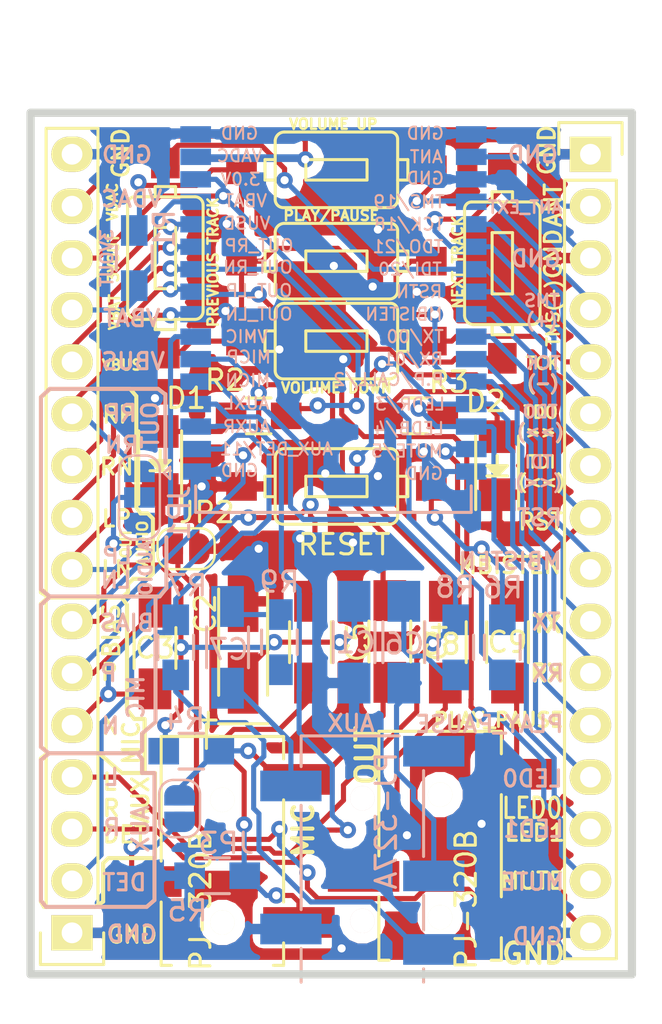
<source format=kicad_pcb>
(kicad_pcb (version 20171130) (host pcbnew 5.0.0-rc2-dev-unknown-5d71153~64~ubuntu16.04.1)
  (layers (0 F.Cu signal) (31 B.Cu signal) (34 B.Paste user) (35 F.Paste user) (36 B.SilkS user) (37 F.SilkS user) (38 B.Mask user) (39 F.Mask user) (44 Edge.Cuts user))
  (net 0 "")
  (net 1 GND)
  (net 2 /MIC_BIAS)
  (net 3 /3V_OUT)
  (net 4 /VBAT)
  (net 5 /AUX_INL)
  (net 6 /AUX_DETECT)
  (net 7 /#RST)
  (net 8 /LED0)
  (net 9 /LED1)
  (net 10 "Net-(D1-Pad2)")
  (net 11 "Net-(D2-Pad2)")
  (net 12 "Net-(R1-Pad2)")
  (net 13 /VDAC)
  (net 14 /AUDIO_RN)
  (net 15 /AUDIO_RP)
  (net 16 /AUDIO_LP)
  (net 17 /AUDIO_LN)
  (net 18 /MICP)
  (net 19 /MICN)
  (net 20 /ANT_EXT)
  (net 21 /TMS)
  (net 22 /TCK)
  (net 23 /TDO)
  (net 24 /TDI)
  (net 25 /MBISTEN)
  (net 26 /TX)
  (net 27 /RX)
  (net 28 /PLAY_PAUSE)
  (net 29 /MUTE)
  (net 30 "Net-(JP1-Pad2)")
  (net 31 "Net-(R7-Pad2)")
  (net 32 "Net-(C6-Pad1)")
  (net 33 "Net-(C7-Pad1)")
  (net 34 "Net-(C6-Pad2)")
  (net 35 "Net-(C7-Pad2)")
  (net 36 "Net-(C8-Pad2)")
  (net 37 "Net-(C9-Pad2)")
  (net 38 /VBUS)
  (net 39 /AUX_INR)
  (net 40 "Net-(JP3-Pad2)")
  (net 41 "Net-(C4-Pad2)")
  (net 42 "Net-(C5-Pad2)")
  (module modules:3x6x2.5mm_tact_switch (layer F.Cu) (at 241.554 105.156)
    (fp_text reference SW6 hide)
    (fp_text value RESET (at 0.381 2.8448) (layer F.SilkS))
    (pad 1 smd rect (at -4.65 0) (size 1.5 1.4) (layers F.Cu F.Paste F.Mask) (net 1 GND))
    (pad 2 smd rect (at 4.65 0) (size 1.5 1.4) (layers F.Cu F.Paste F.Mask) (net 7 /#RST))
  )
  (module modules:3x6x2.5mm_tact_switch (layer F.Cu) (at 249.682 94.234 90)
    (fp_text reference SW3 hide)
    (fp_text value "NEXT TRACK" (at 0.0508 -2.1844 90) (layer F.SilkS) (effects (font (size 0.5 0.5) (thickness 0.125))))
    (pad 1 smd rect (at -4.65 0 90) (size 1.5 1.4) (layers F.Cu F.Paste F.Mask) (net 12 "Net-(R1-Pad2)"))
    (pad 2 smd rect (at 4.65 0 90) (size 1.5 1.4) (layers F.Cu F.Paste F.Mask) (net 23 /TDO))
  )
  (module modules:3x6x2.5mm_tact_switch (layer F.Cu) (at 233.172 93.98 90)
    (fp_text reference SW4 hide)
    (fp_text value "PREVIOUS TRACK" (at -0.2032 2.3368 90) (layer F.SilkS) (effects (font (size 0.5 0.5) (thickness 0.125))))
    (pad 1 smd rect (at -4.65 0 90) (size 1.5 1.4) (layers F.Cu F.Paste F.Mask) (net 12 "Net-(R1-Pad2)"))
    (pad 2 smd rect (at 4.65 0 90) (size 1.5 1.4) (layers F.Cu F.Paste F.Mask) (net 24 /TDI))
  )
  (module modules:3x6x2.5mm_tact_switch (layer F.Cu) (at 241.554 98.044)
    (fp_text reference SW2 hide)
    (fp_text value "VOLUME DOWN" (at 0 2.286) (layer F.SilkS) (effects (font (size 0.5 0.5) (thickness 0.125))))
    (pad 1 smd rect (at -4.65 0) (size 1.5 1.4) (layers F.Cu F.Paste F.Mask) (net 12 "Net-(R1-Pad2)"))
    (pad 2 smd rect (at 4.65 0) (size 1.5 1.4) (layers F.Cu F.Paste F.Mask) (net 22 /TCK))
  )
  (module modules:3x6x2.5mm_tact_switch (layer F.Cu) (at 241.554 94.1324)
    (fp_text reference SW5 hide)
    (fp_text value PLAY/PAUSE (at -0.254 -2.2352) (layer F.SilkS) (effects (font (size 0.5 0.5) (thickness 0.125))))
    (pad 1 smd rect (at -4.65 0) (size 1.5 1.4) (layers F.Cu F.Paste F.Mask) (net 12 "Net-(R1-Pad2)"))
    (pad 2 smd rect (at 4.65 0) (size 1.5 1.4) (layers F.Cu F.Paste F.Mask) (net 28 /PLAY_PAUSE))
  )
  (module modules:3x6x2.5mm_tact_switch (layer F.Cu) (at 241.554 89.662)
    (fp_text reference SW1 hide)
    (fp_text value "VOLUME UP" (at -0.1524 -2.2352) (layer F.SilkS) (effects (font (size 0.5 0.5) (thickness 0.125))))
    (pad 1 smd rect (at -4.65 0) (size 1.5 1.4) (layers F.Cu F.Paste F.Mask) (net 12 "Net-(R1-Pad2)"))
    (pad 2 smd rect (at 4.65 0) (size 1.5 1.4) (layers F.Cu F.Paste F.Mask) (net 21 /TMS))
  )
  (module jacks:3.5mm_stereo_jack_PJ320B (layer F.Cu) (at 235.966 126.492 180)
    (fp_text reference U2 hide)
    (fp_text value PJ-320B (at 1.0668 1.0668 270) (layer F.SilkS))
    (pad "" np_thru_hole circle (at 0 0 180) (size 1.2 1.2) (drill 1.2) (layers *.Cu *.Mask F.SilkS))
    (pad 1 smd rect (at -3.75 0 180) (size 3.5 1.5) (layers F.Cu F.Paste F.Mask) (net 42 "Net-(C5-Pad2)"))
    (pad 3 smd rect (at 3.75 2 180) (size 3.5 1.5) (layers F.Cu F.Paste F.Mask) (net 40 "Net-(JP3-Pad2)"))
    (pad 2 smd rect (at -3.75 7 180) (size 3.5 1.5) (layers F.Cu F.Paste F.Mask) (net 41 "Net-(C4-Pad2)"))
    (pad "" np_thru_hole circle (at 0 6 180) (size 1.2 1.2) (drill 1.2) (layers *.Cu *.Mask F.SilkS))
  )
  (module jacks:3.5mm_stereo_jack_PJ320B (layer F.Cu) (at 246.634 126.238 180)
    (fp_text reference U3 hide)
    (fp_text value PJ-320B (at -1.27 0.8636 270) (layer F.SilkS))
    (pad "" np_thru_hole circle (at 0 0 180) (size 1.2 1.2) (drill 1.2) (layers *.Cu *.Mask F.SilkS))
    (pad 1 smd rect (at -3.75 0 180) (size 3.5 1.5) (layers F.Cu F.Paste F.Mask) (net 30 "Net-(JP1-Pad2)"))
    (pad 3 smd rect (at 3.75 2 180) (size 3.5 1.5) (layers F.Cu F.Paste F.Mask) (net 36 "Net-(C8-Pad2)"))
    (pad 2 smd rect (at -3.75 7 180) (size 3.5 1.5) (layers F.Cu F.Paste F.Mask) (net 37 "Net-(C9-Pad2)"))
    (pad "" np_thru_hole circle (at 0 6 180) (size 1.2 1.2) (drill 1.2) (layers *.Cu *.Mask F.SilkS))
  )
  (module Capacitors_Tantalum_SMD.pretty:TantalC_SizeA_EIA-3216_HandSoldering (layer F.Cu) (at 236.982 112.776 90)
    (fp_text reference C2 (at 1.397 -1.8542 270) (layer F.SilkS))
    (fp_text value "CTS 1u/16V A 10% AVX-TAJ")
    (fp_text user + (at -3.81 -1.778 90) (layer F.SilkS))
    (pad 2 smd rect (at 1.99898 0 90) (size 2.99974 1.50114) (layers F.Cu F.Paste F.Mask) (net 1 GND))
    (pad 1 smd rect (at -1.99898 0 90) (size 2.99974 1.50114) (layers F.Cu F.Paste F.Mask) (net 2 /MIC_BIAS))
  )
  (module Pin_Headers.pretty:Pin_Header_Straight_1x16 (layer F.Cu) (at 228.6 127 180)
    (fp_text reference CON1 hide)
    (fp_text value CONN_16)
    (pad 16 thru_hole oval (at 0 38.1 180) (size 2.032 1.7272) (drill 1.016) (layers *.Cu *.Mask F.SilkS) (net 1 GND))
    (pad 15 thru_hole oval (at 0 35.56 180) (size 2.032 1.7272) (drill 1.016) (layers *.Cu *.Mask F.SilkS) (net 13 /VDAC))
    (pad 14 thru_hole oval (at 0 33.02 180) (size 2.032 1.7272) (drill 1.016) (layers *.Cu *.Mask F.SilkS) (net 3 /3V_OUT))
    (pad 13 thru_hole oval (at 0 30.48 180) (size 2.032 1.7272) (drill 1.016) (layers *.Cu *.Mask F.SilkS) (net 4 /VBAT))
    (pad 12 thru_hole oval (at 0 27.94 180) (size 2.032 1.7272) (drill 1.016) (layers *.Cu *.Mask F.SilkS) (net 38 /VBUS))
    (pad 11 thru_hole oval (at 0 25.4 180) (size 2.032 1.7272) (drill 1.016) (layers *.Cu *.Mask F.SilkS) (net 14 /AUDIO_RN))
    (pad 10 thru_hole oval (at 0 22.86 180) (size 2.032 1.7272) (drill 1.016) (layers *.Cu *.Mask F.SilkS) (net 15 /AUDIO_RP))
    (pad 9 thru_hole oval (at 0 20.32 180) (size 2.032 1.7272) (drill 1.016) (layers *.Cu *.Mask F.SilkS) (net 16 /AUDIO_LP))
    (pad 8 thru_hole oval (at 0 17.78 180) (size 2.032 1.7272) (drill 1.016) (layers *.Cu *.Mask F.SilkS) (net 17 /AUDIO_LN))
    (pad 7 thru_hole oval (at 0 15.24 180) (size 2.032 1.7272) (drill 1.016) (layers *.Cu *.Mask F.SilkS) (net 2 /MIC_BIAS))
    (pad 6 thru_hole oval (at 0 12.7 180) (size 2.032 1.7272) (drill 1.016) (layers *.Cu *.Mask F.SilkS) (net 18 /MICP))
    (pad 5 thru_hole oval (at 0 10.16 180) (size 2.032 1.7272) (drill 1.016) (layers *.Cu *.Mask F.SilkS) (net 19 /MICN))
    (pad 4 thru_hole oval (at 0 7.62 180) (size 2.032 1.7272) (drill 1.016) (layers *.Cu *.Mask F.SilkS) (net 5 /AUX_INL))
    (pad 3 thru_hole oval (at 0 5.08 180) (size 2.032 1.7272) (drill 1.016) (layers *.Cu *.Mask F.SilkS) (net 39 /AUX_INR))
    (pad 2 thru_hole oval (at 0 2.54 180) (size 2.032 1.7272) (drill 1.016) (layers *.Cu *.Mask F.SilkS) (net 6 /AUX_DETECT))
    (pad 1 thru_hole rect (at 0 0 180) (size 2.032 1.7272) (drill 1.016) (layers *.Cu *.Mask F.SilkS) (net 1 GND))
  )
  (module Pin_Headers.pretty:Pin_Header_Straight_1x16 (layer F.Cu) (at 254 88.9)
    (fp_text reference CON2 hide)
    (fp_text value CONN_16)
    (pad 1 thru_hole rect (at 0 0) (size 2.032 1.7272) (drill 1.016) (layers *.Cu *.Mask F.SilkS) (net 1 GND))
    (pad 2 thru_hole oval (at 0 2.54) (size 2.032 1.7272) (drill 1.016) (layers *.Cu *.Mask F.SilkS) (net 20 /ANT_EXT))
    (pad 3 thru_hole oval (at 0 5.08) (size 2.032 1.7272) (drill 1.016) (layers *.Cu *.Mask F.SilkS) (net 1 GND))
    (pad 4 thru_hole oval (at 0 7.62) (size 2.032 1.7272) (drill 1.016) (layers *.Cu *.Mask F.SilkS) (net 21 /TMS))
    (pad 5 thru_hole oval (at 0 10.16) (size 2.032 1.7272) (drill 1.016) (layers *.Cu *.Mask F.SilkS) (net 22 /TCK))
    (pad 6 thru_hole oval (at 0 12.7) (size 2.032 1.7272) (drill 1.016) (layers *.Cu *.Mask F.SilkS) (net 23 /TDO))
    (pad 7 thru_hole oval (at 0 15.24) (size 2.032 1.7272) (drill 1.016) (layers *.Cu *.Mask F.SilkS) (net 24 /TDI))
    (pad 8 thru_hole oval (at 0 17.78) (size 2.032 1.7272) (drill 1.016) (layers *.Cu *.Mask F.SilkS) (net 7 /#RST))
    (pad 9 thru_hole oval (at 0 20.32) (size 2.032 1.7272) (drill 1.016) (layers *.Cu *.Mask F.SilkS) (net 25 /MBISTEN))
    (pad 10 thru_hole oval (at 0 22.86) (size 2.032 1.7272) (drill 1.016) (layers *.Cu *.Mask F.SilkS) (net 26 /TX))
    (pad 11 thru_hole oval (at 0 25.4) (size 2.032 1.7272) (drill 1.016) (layers *.Cu *.Mask F.SilkS) (net 27 /RX))
    (pad 12 thru_hole oval (at 0 27.94) (size 2.032 1.7272) (drill 1.016) (layers *.Cu *.Mask F.SilkS) (net 28 /PLAY_PAUSE))
    (pad 13 thru_hole oval (at 0 30.48) (size 2.032 1.7272) (drill 1.016) (layers *.Cu *.Mask F.SilkS) (net 8 /LED0))
    (pad 14 thru_hole oval (at 0 33.02) (size 2.032 1.7272) (drill 1.016) (layers *.Cu *.Mask F.SilkS) (net 9 /LED1))
    (pad 15 thru_hole oval (at 0 35.56) (size 2.032 1.7272) (drill 1.016) (layers *.Cu *.Mask F.SilkS) (net 29 /MUTE))
    (pad 16 thru_hole oval (at 0 38.1) (size 2.032 1.7272) (drill 1.016) (layers *.Cu *.Mask F.SilkS) (net 1 GND))
  )
  (module LEDs.pretty:LED-1206 (layer F.Cu) (at 232.918 103.886 90)
    (fp_text reference D1 (at 3.048 1.27) (layer F.SilkS))
    (fp_text value LED)
    (pad 2 smd rect (at 1.41986 0 270) (size 1.59766 1.80086) (layers F.Cu F.Paste F.Mask) (net 10 "Net-(D1-Pad2)"))
    (pad 1 smd rect (at -1.41986 0 270) (size 1.59766 1.80086) (layers F.Cu F.Paste F.Mask) (net 1 GND))
  )
  (module LEDs.pretty:LED-1206 (layer F.Cu) (at 249.428 104.14 90)
    (fp_text reference D2 (at 3.1496 -0.5588) (layer F.SilkS))
    (fp_text value LED)
    (pad 1 smd rect (at -1.41986 0 270) (size 1.59766 1.80086) (layers F.Cu F.Paste F.Mask) (net 1 GND))
    (pad 2 smd rect (at 1.41986 0 270) (size 1.59766 1.80086) (layers F.Cu F.Paste F.Mask) (net 11 "Net-(D2-Pad2)"))
  )
  (module Resistors_SMD.pretty:R_0805_HandSoldering (layer B.Cu) (at 231.648 93.98 90)
    (fp_text reference R1 (at 1.397 1.4732 90) (layer B.SilkS) (effects (justify mirror)))
    (fp_text value 10k)
    (pad 1 smd rect (at -1.35 0 90) (size 1.5 1.3) (layers B.Cu B.Paste B.Mask) (net 4 /VBAT))
    (pad 2 smd rect (at 1.35 0 90) (size 1.5 1.3) (layers B.Cu B.Paste B.Mask) (net 12 "Net-(R1-Pad2)"))
  )
  (module Resistors_SMD.pretty:R_0805_HandSoldering (layer F.Cu) (at 237.744 101.7016 180)
    (fp_text reference R2 (at 1.651 1.7526 180) (layer F.SilkS))
    (fp_text value 1k)
    (pad 1 smd rect (at -1.35 0 180) (size 1.5 1.3) (layers F.Cu F.Paste F.Mask) (net 8 /LED0))
    (pad 2 smd rect (at 1.35 0 180) (size 1.5 1.3) (layers F.Cu F.Paste F.Mask) (net 10 "Net-(D1-Pad2)"))
  )
  (module Resistors_SMD.pretty:R_0805_HandSoldering (layer F.Cu) (at 245.4148 101.7016 180)
    (fp_text reference R3 (at -1.651 1.651 180) (layer F.SilkS))
    (fp_text value 1k)
    (pad 1 smd rect (at -1.35 0 180) (size 1.5 1.3) (layers F.Cu F.Paste F.Mask) (net 9 /LED1))
    (pad 2 smd rect (at 1.35 0 180) (size 1.5 1.3) (layers F.Cu F.Paste F.Mask) (net 11 "Net-(D2-Pad2)"))
  )
  (module Resistors_SMD.pretty:R_0805_HandSoldering (layer B.Cu) (at 234.442 118.11 180)
    (fp_text reference R4 (at 0.3048 1.5748 180) (layer B.SilkS) (effects (justify mirror)))
    (fp_text value 1k2)
    (pad 2 smd rect (at 1.35 0 180) (size 1.5 1.3) (layers B.Cu B.Paste B.Mask) (net 2 /MIC_BIAS))
    (pad 1 smd rect (at -1.35 0 180) (size 1.5 1.3) (layers B.Cu B.Paste B.Mask) (net 41 "Net-(C4-Pad2)"))
  )
  (module Resistors_SMD.pretty:R_0805_HandSoldering (layer B.Cu) (at 235.712 124.206)
    (fp_text reference R5 (at -1.4605 1.7145) (layer B.SilkS) (effects (justify mirror)))
    (fp_text value 1k2)
    (pad 1 smd rect (at -1.35 0) (size 1.5 1.3) (layers B.Cu B.Paste B.Mask) (net 1 GND))
    (pad 2 smd rect (at 1.35 0) (size 1.5 1.3) (layers B.Cu B.Paste B.Mask) (net 42 "Net-(C5-Pad2)"))
  )
  (module Resistors_SMD.pretty:R_0805_HandSoldering (layer B.Cu) (at 249.682 113.03 90)
    (fp_text reference R6 (at 2.921 0.0254 180) (layer B.SilkS) (effects (justify mirror)))
    (fp_text value 10k)
    (pad 2 smd rect (at 1.35 0 90) (size 1.5 1.3) (layers B.Cu B.Paste B.Mask) (net 7 /#RST))
    (pad 1 smd rect (at -1.35 0 90) (size 1.5 1.3) (layers B.Cu B.Paste B.Mask) (net 3 /3V_OUT))
  )
  (module Resistors_SMD.pretty:R_0805_HandSoldering (layer B.Cu) (at 233.68 113.03 270)
    (fp_text reference R7 (at -3.0226 -0.5588) (layer B.SilkS) (effects (justify mirror)))
    (fp_text value 1k)
    (pad 1 smd rect (at -1.35 0 270) (size 1.5 1.3) (layers B.Cu B.Paste B.Mask) (net 6 /AUX_DETECT))
    (pad 2 smd rect (at 1.35 0 270) (size 1.5 1.3) (layers B.Cu B.Paste B.Mask) (net 31 "Net-(R7-Pad2)"))
  )
  (module Resistors_SMD.pretty:R_0805_HandSoldering (layer B.Cu) (at 247.396 113.03 270)
    (fp_text reference R8 (at -2.9464 0.0254) (layer B.SilkS) (effects (justify mirror)))
    (fp_text value 1k)
    (pad 1 smd rect (at -1.35 0 270) (size 1.5 1.3) (layers B.Cu B.Paste B.Mask) (net 5 /AUX_INL))
    (pad 2 smd rect (at 1.35 0 270) (size 1.5 1.3) (layers B.Cu B.Paste B.Mask) (net 32 "Net-(C6-Pad1)"))
  )
  (module Resistors_SMD.pretty:R_0805_HandSoldering (layer B.Cu) (at 238.76 112.776 90)
    (fp_text reference R9 (at 2.9464 0 180) (layer B.SilkS) (effects (justify mirror)))
    (fp_text value 1k)
    (pad 2 smd rect (at 1.35 0 90) (size 1.5 1.3) (layers B.Cu B.Paste B.Mask) (net 33 "Net-(C7-Pad1)"))
    (pad 1 smd rect (at -1.35 0 90) (size 1.5 1.3) (layers B.Cu B.Paste B.Mask))
  )
  (module bluetooth:F-6188 (layer B.Cu) (at 248.158 106.426 180)
    (fp_text reference U1 hide)
    (fp_text value F-6188 hide)
    (fp_text user GND (at 2.25 18.55 180) (layer B.SilkS) (effects (font (size 0.6 0.6) (thickness 0.1)) (justify mirror)))
    (fp_text user GND (at 2.25 16.35 180) (layer B.SilkS) (effects (font (size 0.6 0.6) (thickness 0.1)) (justify mirror)))
    (fp_text user ANT (at 2.2 17.4 180) (layer B.SilkS) (effects (font (size 0.6 0.6) (thickness 0.1)) (justify mirror)))
    (fp_text user TMS/19 (at 3.05 15.2 180) (layer B.SilkS) (effects (font (size 0.6 0.6) (thickness 0.1)) (justify mirror)))
    (fp_text user TCK/18 (at 3.05 14.1 180) (layer B.SilkS) (effects (font (size 0.6 0.6) (thickness 0.1)) (justify mirror)))
    (fp_text user TDO/21 (at 3.1 13 180) (layer B.SilkS) (effects (font (size 0.6 0.6) (thickness 0.1)) (justify mirror)))
    (fp_text user TDI/20 (at 3 11.9 180) (layer B.SilkS) (effects (font (size 0.6 0.6) (thickness 0.1)) (justify mirror)))
    (fp_text user RSTN (at 2.55 10.8 180) (layer B.SilkS) (effects (font (size 0.6 0.6) (thickness 0.1)) (justify mirror)))
    (fp_text user MBISTEN (at 3.3 9.7 180) (layer B.SilkS) (effects (font (size 0.6 0.6) (thickness 0.1)) (justify mirror)))
    (fp_text user TX/00 (at 2.75 8.6 180) (layer B.SilkS) (effects (font (size 0.6 0.6) (thickness 0.1)) (justify mirror)))
    (fp_text user RX/01 (at 2.85 7.5 180) (layer B.SilkS) (effects (font (size 0.6 0.6) (thickness 0.1)) (justify mirror)))
    (fp_text user LEDR/3 (at 3 5.3 180) (layer B.SilkS) (effects (font (size 0.6 0.6) (thickness 0.1)) (justify mirror)))
    (fp_text user LEDB/4 (at 3.05 4.1 180) (layer B.SilkS) (effects (font (size 0.6 0.6) (thickness 0.1)) (justify mirror)))
    (fp_text user GND (at 2.3 1.9 180) (layer B.SilkS) (effects (font (size 0.6 0.6) (thickness 0.1)) (justify mirror)))
    (fp_text user P.P/CALL/2 (at 4.05 6.5 180) (layer B.SilkS) (effects (font (size 0.6 0.6) (thickness 0.1)) (justify mirror)))
    (fp_text user MUTE/5 (at 3.15 3 180) (layer B.SilkS) (effects (font (size 0.6 0.6) (thickness 0.1)) (justify mirror)))
    (fp_text user GND (at 11.35 18.55 180) (layer B.SilkS) (effects (font (size 0.6 0.6) (thickness 0.1)) (justify mirror)))
    (fp_text user GND (at 11.35 2.05 180) (layer B.SilkS) (effects (font (size 0.6 0.6) (thickness 0.1)) (justify mirror)))
    (fp_text user AUX_DET/11 (at 9.55 3.1 180) (layer B.SilkS) (effects (font (size 0.6 0.6) (thickness 0.1)) (justify mirror)))
    (fp_text user AUXR (at 11 4.2 180) (layer B.SilkS) (effects (font (size 0.6 0.6) (thickness 0.1)) (justify mirror)))
    (fp_text user AUXL (at 11 5.35 180) (layer B.SilkS) (effects (font (size 0.6 0.6) (thickness 0.1)) (justify mirror)))
    (fp_text user MICN (at 10.95 6.45 180) (layer B.SilkS) (effects (font (size 0.6 0.6) (thickness 0.1)) (justify mirror)))
    (fp_text user MICP (at 10.9 7.6 180) (layer B.SilkS) (effects (font (size 0.6 0.6) (thickness 0.1)) (justify mirror)))
    (fp_text user VMIC (at 11 8.6 180) (layer B.SilkS) (effects (font (size 0.6 0.6) (thickness 0.1)) (justify mirror)))
    (fp_text user OUT_LN (at 10.4 9.7 180) (layer B.SilkS) (effects (font (size 0.6 0.6) (thickness 0.1)) (justify mirror)))
    (fp_text user OUT_LP (at 10.4 10.85 180) (layer B.SilkS) (effects (font (size 0.6 0.6) (thickness 0.1)) (justify mirror)))
    (fp_text user OUT_RN (at 10.45 12 180) (layer B.SilkS) (effects (font (size 0.6 0.6) (thickness 0.1)) (justify mirror)))
    (fp_text user OUT_RP (at 10.4 13.05 180) (layer B.SilkS) (effects (font (size 0.6 0.6) (thickness 0.1)) (justify mirror)))
    (fp_text user VUSB (at 11 14.15 180) (layer B.SilkS) (effects (font (size 0.6 0.6) (thickness 0.1)) (justify mirror)))
    (fp_text user VBAT (at 11.05 15.25 180) (layer B.SilkS) (effects (font (size 0.6 0.6) (thickness 0.1)) (justify mirror)))
    (fp_text user 3.0V (at 11.3 16.3 180) (layer B.SilkS) (effects (font (size 0.6 0.6) (thickness 0.1)) (justify mirror)))
    (fp_text user VADC (at 11.35 17.45 180) (layer B.SilkS) (effects (font (size 0.6 0.6) (thickness 0.1)) (justify mirror)))
    (pad 25 smd rect (at 13.5 10.8 180) (size 1.5 0.8) (layers B.Cu B.Paste B.Mask) (net 16 /AUDIO_LP))
    (pad 20 smd rect (at 13.5 5.3 180) (size 1.5 0.8) (layers B.Cu B.Paste B.Mask) (net 5 /AUX_INL))
    (pad 22 smd rect (at 13.5 7.5 180) (size 1.5 0.8) (layers B.Cu B.Paste B.Mask) (net 18 /MICP))
    (pad 30 smd rect (at 13.5 16.3 180) (size 1.5 0.8) (layers B.Cu B.Paste B.Mask) (net 3 /3V_OUT))
    (pad 28 smd rect (at 13.5 14.1 180) (size 1.5 0.8) (layers B.Cu B.Paste B.Mask) (net 38 /VBUS))
    (pad 24 smd rect (at 13.5 9.7 180) (size 1.5 0.8) (layers B.Cu B.Paste B.Mask) (net 17 /AUDIO_LN))
    (pad 21 smd rect (at 13.5 6.4 180) (size 1.5 0.8) (layers B.Cu B.Paste B.Mask) (net 19 /MICN))
    (pad 31 smd rect (at 13.5 17.4 180) (size 1.5 0.8) (layers B.Cu B.Paste B.Mask) (net 13 /VDAC))
    (pad 18 smd rect (at 13.5 3.1 180) (size 1.5 0.8) (layers B.Cu B.Paste B.Mask) (net 6 /AUX_DETECT))
    (pad 29 smd rect (at 13.5 15.2 180) (size 1.5 0.8) (layers B.Cu B.Paste B.Mask) (net 4 /VBAT))
    (pad 19 smd rect (at 13.5 4.2 180) (size 1.5 0.8) (layers B.Cu B.Paste B.Mask) (net 39 /AUX_INR))
    (pad 27 smd rect (at 13.5 13 180) (size 1.5 0.8) (layers B.Cu B.Paste B.Mask) (net 14 /AUDIO_RN))
    (pad 17 smd rect (at 13.5 2 180) (size 1.5 0.8) (layers B.Cu B.Paste B.Mask) (net 1 GND))
    (pad 23 smd rect (at 13.5 8.6 180) (size 1.5 0.8) (layers B.Cu B.Paste B.Mask) (net 2 /MIC_BIAS))
    (pad 32 smd rect (at 13.5 18.5 180) (size 1.5 0.8) (layers B.Cu B.Paste B.Mask) (net 1 GND))
    (pad 26 smd rect (at 13.5 11.9 180) (size 1.5 0.8) (layers B.Cu B.Paste B.Mask) (net 15 /AUDIO_RP))
    (pad 4 smd rect (at 0 15.2 180) (size 1.5 0.8) (layers B.Cu B.Paste B.Mask) (net 21 /TMS))
    (pad 1 smd rect (at 0 18.5 180) (size 1.5 0.8) (layers B.Cu B.Paste B.Mask) (net 1 GND))
    (pad 2 smd rect (at 0 17.4 180) (size 1.5 0.8) (layers B.Cu B.Paste B.Mask) (net 20 /ANT_EXT))
    (pad 3 smd rect (at 0 16.3 180) (size 1.5 0.8) (layers B.Cu B.Paste B.Mask) (net 1 GND))
    (pad 7 smd rect (at 0 11.9 180) (size 1.5 0.8) (layers B.Cu B.Paste B.Mask) (net 24 /TDI))
    (pad 5 smd rect (at 0 14.1 180) (size 1.5 0.8) (layers B.Cu B.Paste B.Mask) (net 22 /TCK))
    (pad 9 smd rect (at 0 9.7 180) (size 1.5 0.8) (layers B.Cu B.Paste B.Mask) (net 25 /MBISTEN))
    (pad 6 smd rect (at 0 13 180) (size 1.5 0.8) (layers B.Cu B.Paste B.Mask) (net 23 /TDO))
    (pad 10 smd rect (at 0 8.6 180) (size 1.5 0.8) (layers B.Cu B.Paste B.Mask) (net 26 /TX))
    (pad 8 smd rect (at 0 10.8 180) (size 1.5 0.8) (layers B.Cu B.Paste B.Mask) (net 7 /#RST))
    (pad 11 smd rect (at 0 7.5 180) (size 1.5 0.8) (layers B.Cu B.Paste B.Mask) (net 27 /RX))
    (pad 12 smd rect (at 0 6.4 180) (size 1.5 0.8) (layers B.Cu B.Paste B.Mask) (net 28 /PLAY_PAUSE))
    (pad 13 smd rect (at 0 5.3 180) (size 1.5 0.8) (layers B.Cu B.Paste B.Mask) (net 8 /LED0))
    (pad 14 smd rect (at 0 4.2 180) (size 1.5 0.8) (layers B.Cu B.Paste B.Mask) (net 9 /LED1))
    (pad 15 smd rect (at 0 3.1 180) (size 1.5 0.8) (layers B.Cu B.Paste B.Mask) (net 29 /MUTE))
    (pad 16 smd rect (at 0 2 180) (size 1.5 0.8) (layers B.Cu B.Paste B.Mask) (net 1 GND))
  )
  (module jacks:PJ-327A (layer B.Cu) (at 242.824 129.413)
    (fp_text reference U4 hide)
    (fp_text value PJ-327A (at 1.1684 -7.8994 90) (layer B.SilkS) (effects (justify mirror)))
    (pad "" np_thru_hole circle (at 0 -3) (size 1.2 1.2) (drill 1.2) (layers *.Cu *.Mask B.SilkS))
    (pad "" np_thru_hole circle (at 0 -9) (size 1.2 1.2) (drill 1.2) (layers *.Cu *.Mask B.SilkS))
    (pad 4 smd rect (at 3.5 -1.6) (size 3 1.5) (layers B.Cu B.Paste B.Mask) (net 31 "Net-(R7-Pad2)"))
    (pad 5 smd rect (at 3.5 -5.2) (size 3 1.5) (layers B.Cu B.Paste B.Mask) (net 34 "Net-(C6-Pad2)"))
    (pad 6 smd rect (at 3.5 -11.3) (size 3 1.5) (layers B.Cu B.Paste B.Mask))
    (pad 2 smd rect (at -3.5 -9.6) (size 3 1.5) (layers B.Cu B.Paste B.Mask) (net 35 "Net-(C7-Pad2)"))
    (pad 3 smd rect (at -3.5 -2.6) (size 3 1.5) (layers B.Cu B.Paste B.Mask) (net 1 GND))
  )
  (module Capacitors_SMD.pretty:C_1206_HandSoldering (layer B.Cu) (at 242.4176 112.776 90)
    (fp_text reference C1 (at -0.0254 0.0762 180) (layer B.SilkS) (effects (justify mirror)))
    (fp_text value "100n/50V X7R!!!")
    (pad 1 smd rect (at -2 0 90) (size 2 1.6) (layers B.Cu B.Paste B.Mask) (net 1 GND))
    (pad 2 smd rect (at 2 0 90) (size 2 1.6) (layers B.Cu B.Paste B.Mask) (net 2 /MIC_BIAS))
  )
  (module Capacitors_SMD.pretty:C_1206_HandSoldering (layer F.Cu) (at 232.664 113.062 90)
    (fp_text reference C3 (at 0 0 180) (layer F.SilkS))
    (fp_text value "100n/50V X7R!!!")
    (pad 2 smd rect (at 2 0 90) (size 2 1.6) (layers F.Cu F.Paste F.Mask) (net 18 /MICP))
    (pad 1 smd rect (at -2 0 90) (size 2 1.6) (layers F.Cu F.Paste F.Mask) (net 19 /MICN))
  )
  (module Capacitors_SMD.pretty:C_1206_HandSoldering (layer B.Cu) (at 244.856 112.776 270)
    (fp_text reference C6 (at 0.0762 -0.0254) (layer B.SilkS) (effects (justify mirror)))
    (fp_text value "CKS1206 10u/25V X5R 10% SAMSUNG")
    (pad 1 smd rect (at -2 0 270) (size 2 1.6) (layers B.Cu B.Paste B.Mask) (net 32 "Net-(C6-Pad1)"))
    (pad 2 smd rect (at 2 0 270) (size 2 1.6) (layers B.Cu B.Paste B.Mask) (net 34 "Net-(C6-Pad2)"))
  )
  (module Capacitors_SMD.pretty:C_1206_HandSoldering (layer B.Cu) (at 236.22 113.03 270)
    (fp_text reference C7 (at 0.1016 -0.0508) (layer B.SilkS) (effects (justify mirror)))
    (fp_text value "CKS1206 10u/25V X5R 10% SAMSUNG")
    (pad 2 smd rect (at 2 0 270) (size 2 1.6) (layers B.Cu B.Paste B.Mask) (net 35 "Net-(C7-Pad2)"))
    (pad 1 smd rect (at -2 0 270) (size 2 1.6) (layers B.Cu B.Paste B.Mask) (net 33 "Net-(C7-Pad1)"))
  )
  (module Capacitors_SMD.pretty:C_1206_HandSoldering (layer F.Cu) (at 246.888 112.776 270)
    (fp_text reference C8 (at 0.1016 0.2286) (layer F.SilkS))
    (fp_text value "CKS1206 10u/25V X5R 10% SAMSUNG")
    (pad 2 smd rect (at 2 0 270) (size 2 1.6) (layers F.Cu F.Paste F.Mask) (net 36 "Net-(C8-Pad2)"))
    (pad 1 smd rect (at -2 0 270) (size 2 1.6) (layers F.Cu F.Paste F.Mask) (net 15 /AUDIO_RP))
  )
  (module Capacitors_SMD.pretty:C_1206_HandSoldering (layer F.Cu) (at 249.936 112.776 270)
    (fp_text reference C9 (at 0 0) (layer F.SilkS))
    (fp_text value "CKS1206 10u/25V X5R 10% SAMSUNG")
    (pad 1 smd rect (at -2 0 270) (size 2 1.6) (layers F.Cu F.Paste F.Mask) (net 16 /AUDIO_LP))
    (pad 2 smd rect (at 2 0 270) (size 2 1.6) (layers F.Cu F.Paste F.Mask) (net 37 "Net-(C9-Pad2)"))
  )
  (module Jumper:SolderJumper-2_P1.3mm_Open_RoundedPad1.0x1.5mm (layer F.Cu) (at 234.188 108.204)
    (fp_text reference JP2 (at 1.016 -1.778) (layer F.SilkS))
    (fp_text value Jumper_2)
    (pad 2 smd roundrect (at 0.65 0) (size 1 1.5) (layers F.Cu F.Mask) (roundrect_rratio 0.5) (net 1 GND))
    (pad 1 smd roundrect (at -0.65 0) (size 1 1.5) (layers F.Cu F.Mask) (roundrect_rratio 0.5) (net 30 "Net-(JP1-Pad2)"))
    (pad 1 smd rect (at -0.4 0) (size 0.5 1.5) (layers F.Cu F.Mask) (net 30 "Net-(JP1-Pad2)"))
    (pad 2 smd rect (at 0.4 0) (size 0.5 1.5) (layers F.Cu F.Mask) (net 1 GND))
  )
  (module Jumper:SolderJumper-3_P1.3mm_Open_RoundedPad1.0x1.5mm (layer B.Cu) (at 231.902 105.694 270)
    (fp_text reference JP1 (at 0.7574 -1.9558 270) (layer B.SilkS) (effects (justify mirror)))
    (fp_text value Jumper_3_Bridged12)
    (pad 1 smd roundrect (at -1.3 0 270) (size 1 1.5) (layers B.Cu B.Mask) (roundrect_rratio 0.5) (net 14 /AUDIO_RN))
    (pad 1 smd rect (at -1 0 270) (size 0.5 1.5) (layers B.Cu B.Mask) (net 14 /AUDIO_RN))
    (pad 2 smd rect (at 0 0 270) (size 1 1.5) (layers B.Cu B.Mask) (net 30 "Net-(JP1-Pad2)"))
    (pad 3 smd roundrect (at 1.3 0 270) (size 1 1.5) (layers B.Cu B.Mask) (roundrect_rratio 0.5) (net 17 /AUDIO_LN))
    (pad 3 smd rect (at 1 0 270) (size 0.5 1.5) (layers B.Cu B.Mask) (net 17 /AUDIO_LN))
  )
  (module Jumper:SolderJumper-2_P1.3mm_Open_RoundedPad1.0x1.5mm (layer B.Cu) (at 233.8705 120.919 270)
    (fp_text reference JP3 (at 1.6995 -2.286) (layer B.SilkS) (effects (justify mirror)))
    (fp_text value Jumper_NO_Small)
    (pad 2 smd roundrect (at 0.65 0 270) (size 1 1.5) (layers B.Cu B.Mask) (roundrect_rratio 0.5) (net 40 "Net-(JP3-Pad2)"))
    (pad 1 smd roundrect (at -0.65 0 270) (size 1 1.5) (layers B.Cu B.Mask) (roundrect_rratio 0.5) (net 41 "Net-(C4-Pad2)"))
    (pad 1 smd rect (at -0.4 0 270) (size 0.5 1.5) (layers B.Cu B.Mask) (net 41 "Net-(C4-Pad2)"))
    (pad 2 smd rect (at 0.4 0 270) (size 0.5 1.5) (layers B.Cu B.Mask) (net 40 "Net-(JP3-Pad2)"))
  )
  (module Capacitors_SMD.pretty:C_1206_HandSoldering (layer F.Cu) (at 244.1702 112.74298 270)
    (fp_text reference C4 (at 0 -2.3 270) (layer F.SilkS))
    (fp_text value "1u/16V X7R")
    (pad 1 smd rect (at -2 0 270) (size 2 1.6) (layers F.Cu F.Paste F.Mask) (net 18 /MICP))
    (pad 2 smd rect (at 2 0 270) (size 2 1.6) (layers F.Cu F.Paste F.Mask) (net 41 "Net-(C4-Pad2)"))
  )
  (module Capacitors_SMD.pretty:C_1206_HandSoldering (layer F.Cu) (at 240.284 112.776 270)
    (fp_text reference C5 (at 0 -2.3 270) (layer F.SilkS))
    (fp_text value "1u/16V X7R")
    (pad 1 smd rect (at -2 0 270) (size 2 1.6) (layers F.Cu F.Paste F.Mask) (net 19 /MICN))
    (pad 2 smd rect (at 2 0 270) (size 2 1.6) (layers F.Cu F.Paste F.Mask) (net 42 "Net-(C5-Pad2)"))
  )
  (gr_text GND (at 251.1806 88.9254) (layer B.SilkS) (effects (font (size 0.8 0.8)) (justify mirror)))
  (gr_text ANT_EXT (at 250.7996 91.4908) (layer B.SilkS) (effects (font (size 0.6 0.6) (thickness 0.125)) (justify mirror)))
  (gr_text GND (at 251.333 94.0054) (layer B.SilkS) (effects (font (size 0.8 0.8)) (justify mirror)))
  (gr_text "TMS\n(+)" (at 251.6124 96.5454) (layer B.SilkS) (effects (font (size 0.6 0.6) (thickness 0.125)) (justify mirror)))
  (gr_text "TCK\n(-)" (at 251.6886 99.5934) (layer B.SilkS) (effects (font (size 0.6 0.6) (thickness 0.125)) (justify mirror)))
  (gr_text "TDO\n(>>)" (at 251.5362 101.981) (layer B.SilkS) (effects (font (size 0.6 0.6) (thickness 0.125)) (justify mirror)))
  (gr_text "TDI\n(<<)" (at 251.46 104.4448) (layer B.SilkS) (effects (font (size 0.6 0.6) (thickness 0.125)) (justify mirror)))
  (gr_text RST (at 251.5108 106.68) (layer B.SilkS) (effects (font (size 0.8 0.8)) (justify mirror)))
  (gr_text MBISTEN (at 250.063 108.8136) (layer B.SilkS) (effects (font (size 0.8 0.8)) (justify mirror)))
  (gr_text TX (at 251.841 111.7854) (layer B.SilkS) (effects (font (size 0.8 0.8)) (justify mirror)))
  (gr_text RX (at 251.9172 114.3) (layer B.SilkS) (effects (font (size 0.8 0.8)) (justify mirror)))
  (gr_text PLAY_PAUSE (at 249.047 116.7892) (layer B.SilkS) (effects (font (size 0.8 0.8)) (justify mirror)))
  (gr_text LED0 (at 251.1552 119.4562) (layer B.SilkS) (effects (font (size 0.8 0.8)) (justify mirror)))
  (gr_text LED1 (at 251.206 121.92) (layer B.SilkS) (effects (font (size 0.8 0.8)) (justify mirror)))
  (gr_text MUTE (at 251.1552 124.5108) (layer B.SilkS) (effects (font (size 0.8 0.8)) (justify mirror)))
  (gr_text GND (at 251.4092 127.1778) (layer B.SilkS) (effects (font (size 0.8 0.8)) (justify mirror)))
  (gr_text GND (at 231.521 127.0508) (layer B.SilkS) (effects (font (size 0.8 0.8)) (justify mirror)))
  (gr_text AUX (at 231.9528 121.92 90) (layer B.SilkS) (effects (font (size 0.8 0.8)) (justify mirror)))
  (gr_line (start 232.6386 125.3998) (end 232.6386 119.2022) (layer B.SilkS) (width 0.2))
  (gr_line (start 232.2576 125.73) (end 232.6386 125.3998) (layer B.SilkS) (width 0.2))
  (gr_line (start 227.33 125.73) (end 232.2576 125.73) (layer B.SilkS) (width 0.2))
  (gr_line (start 227.076 125.4252) (end 227.33 125.73) (layer B.SilkS) (width 0.2))
  (gr_line (start 227.076 118.5418) (end 227.076 125.4252) (layer B.SilkS) (width 0.2))
  (gr_line (start 227.4824 118.2116) (end 227.076 118.5418) (layer B.SilkS) (width 0.2))
  (gr_text DET (at 231.1654 124.5362) (layer B.SilkS) (effects (font (size 0.8 0.8)) (justify mirror)))
  (gr_text R (at 230.5558 121.8438) (layer B.SilkS) (effects (font (size 0.8 0.8)) (justify mirror)))
  (gr_text L (at 230.5558 119.38) (layer B.SilkS) (effects (font (size 0.8 0.8)) (justify mirror)))
  (gr_line (start 232.029 119.1768) (end 232.6386 119.1768) (layer B.SilkS) (width 0.2))
  (gr_line (start 232.029 118.491) (end 232.029 119.1768) (layer B.SilkS) (width 0.2))
  (gr_line (start 231.8258 118.237) (end 232.029 118.491) (layer B.SilkS) (width 0.2))
  (gr_line (start 232.029 118.0846) (end 231.8766 118.2116) (layer B.SilkS) (width 0.2))
  (gr_line (start 232.029 117.2464) (end 232.029 118.0846) (layer B.SilkS) (width 0.2))
  (gr_line (start 232.6894 116.6876) (end 232.029 117.2464) (layer B.SilkS) (width 0.2))
  (gr_line (start 232.6894 110.617) (end 232.6894 116.6876) (layer B.SilkS) (width 0.2))
  (gr_text MIC (at 231.7242 115.4684 90) (layer B.SilkS) (effects (font (size 0.8 0.8)) (justify mirror)))
  (gr_text N (at 230.4796 116.8654) (layer B.SilkS) (effects (font (size 0.8 0.8)) (justify mirror)))
  (gr_text P (at 230.378 114.3) (layer B.SilkS) (effects (font (size 0.8 0.8)) (justify mirror)))
  (gr_text BIAS (at 231.2924 111.8362) (layer B.SilkS) (effects (font (size 0.8 0.8)) (justify mirror)))
  (gr_line (start 227.457 118.2116) (end 231.8766 118.2116) (layer B.SilkS) (width 0.2))
  (gr_line (start 227.076 117.9068) (end 227.457 118.2116) (layer B.SilkS) (width 0.2))
  (gr_line (start 227.076 110.9472) (end 227.076 117.9068) (layer B.SilkS) (width 0.2))
  (gr_line (start 227.5332 110.5408) (end 227.076 110.9472) (layer B.SilkS) (width 0.2))
  (gr_line (start 227.076 110.1852) (end 227.076 100.7872) (layer B.SilkS) (width 0.2))
  (gr_line (start 227.5078 110.5408) (end 227.076 110.1852) (layer B.SilkS) (width 0.2))
  (gr_line (start 232.8926 110.5408) (end 227.5078 110.5408) (layer B.SilkS) (width 0.2))
  (gr_line (start 233.2228 110.1344) (end 232.8926 110.5408) (layer B.SilkS) (width 0.2))
  (gr_line (start 233.2228 107.6452) (end 233.2228 110.1344) (layer B.SilkS) (width 0.2))
  (gr_line (start 233.172 100.6348) (end 233.172 103.9876) (layer B.SilkS) (width 0.2))
  (gr_line (start 232.8164 100.3808) (end 233.1466 100.6348) (layer B.SilkS) (width 0.2))
  (gr_line (start 227.5078 100.3808) (end 232.8164 100.3808) (layer B.SilkS) (width 0.2))
  (gr_line (start 227.1268 100.7364) (end 227.5078 100.3808) (layer B.SilkS) (width 0.2))
  (gr_text OUT (at 232.4354 102.1588 90) (layer B.SilkS) (effects (font (size 0.8 0.8)) (justify mirror)))
  (gr_text AUDIO (at 232.2068 109.1438 90) (layer B.SilkS) (effects (font (size 0.6 0.6)) (justify mirror)))
  (gr_text LN (at 230.759 109.728) (layer B.SilkS) (effects (font (size 0.8 0.8)) (justify mirror)))
  (gr_text LP (at 230.8098 108.5342) (layer B.SilkS) (effects (font (size 0.8 0.8)) (justify mirror)))
  (gr_text RN (at 231.0384 103.124) (layer B.SilkS) (effects (font (size 0.8 0.8)) (justify mirror)))
  (gr_text RP (at 230.9622 101.5746) (layer B.SilkS) (effects (font (size 0.8 0.8)) (justify mirror)))
  (gr_text VBUS (at 231.5972 99.0346) (layer B.SilkS) (effects (font (size 0.8 0.8)) (justify mirror)))
  (gr_text 3VOUT (at 230.3018 93.98 90) (layer B.SilkS) (effects (font (size 0.6 0.6) (thickness 0.125)) (justify mirror)))
  (gr_text VBAT (at 231.521 96.9264) (layer B.SilkS) (effects (font (size 0.8 0.8)) (justify mirror)))
  (gr_text VDAC (at 231.521 91.0844) (layer B.SilkS) (effects (font (size 0.8 0.8)) (justify mirror)))
  (gr_text GND (at 231.2924 88.9254) (layer B.SilkS) (effects (font (size 0.8 0.8)) (justify mirror)))
  (gr_text OUT (at 243.0272 118.3132 90) (layer F.SilkS) (effects (font (size 1 1) (thickness 0.2))))
  (gr_text MIC (at 239.9284 121.9708 90) (layer F.SilkS) (effects (font (size 1 1) (thickness 0.2))))
  (gr_text AUX (at 242.2652 116.7384) (layer B.SilkS) (effects (font (size 0.8 0.8)) (justify mirror)))
  (gr_text VBAT (at 230.6828 96.6216 90) (layer F.SilkS) (effects (font (size 0.5 0.5) (thickness 0.125))))
  (gr_text "OUT\nAUDIO" (at 231.648 107.95 90) (layer F.SilkS) (effects (font (size 0.5 0.5) (thickness 0.125))))
  (gr_line (start 232.3084 106.4768) (end 231.9528 106.4768) (layer F.SilkS) (width 0.2))
  (gr_line (start 232.5624 106.7308) (end 232.3084 106.4768) (layer F.SilkS) (width 0.2))
  (gr_line (start 232.5624 109.4232) (end 232.5624 106.7308) (layer F.SilkS) (width 0.2))
  (gr_line (start 232.3084 109.6772) (end 232.5624 109.4232) (layer F.SilkS) (width 0.2))
  (gr_line (start 231.5972 109.6772) (end 232.3084 109.6772) (layer F.SilkS) (width 0.2))
  (gr_line (start 227.076 100.7872) (end 227.5332 100.3808) (layer F.SilkS) (width 0.2))
  (gr_line (start 227.076 110.3376) (end 227.076 100.7872) (layer F.SilkS) (width 0.2))
  (gr_line (start 227.4824 110.5916) (end 227.076 110.3376) (layer F.SilkS) (width 0.2))
  (gr_line (start 231.3432 109.9312) (end 231.5972 109.6772) (layer F.SilkS) (width 0.2))
  (gr_line (start 231.3432 110.3376) (end 231.3432 109.9312) (layer F.SilkS) (width 0.2))
  (gr_line (start 231.0384 110.5916) (end 231.3432 110.3376) (layer F.SilkS) (width 0.2))
  (gr_line (start 231.7496 106.172) (end 231.9528 106.4768) (layer F.SilkS) (width 0.2))
  (gr_line (start 231.7496 100.7364) (end 231.7496 106.172) (layer F.SilkS) (width 0.2))
  (gr_line (start 231.4448 100.3808) (end 231.7496 100.7364) (layer F.SilkS) (width 0.2))
  (gr_line (start 227.584 100.3808) (end 231.4448 100.3808) (layer F.SilkS) (width 0.2))
  (gr_text VBUS (at 231.0384 99.2124) (layer F.SilkS) (effects (font (size 0.5 0.5) (thickness 0.125))))
  (gr_text RP (at 230.886 101.6508) (layer F.SilkS) (effects (font (size 0.8 0.8))))
  (gr_text RN (at 230.7844 104.1908) (layer F.SilkS) (effects (font (size 0.8 0.8))))
  (gr_text LN (at 230.7844 109.22) (layer F.SilkS) (effects (font (size 0.8 0.8))))
  (gr_text LP (at 230.7844 106.7308) (layer F.SilkS) (effects (font (size 0.8 0.8))))
  (gr_line (start 227.6348 110.5916) (end 227.4316 110.5916) (layer F.SilkS) (width 0.2))
  (gr_line (start 227.076 110.8964) (end 227.4316 110.5916) (layer F.SilkS) (width 0.2))
  (gr_line (start 227.076 117.9068) (end 227.076 110.8964) (layer F.SilkS) (width 0.2))
  (gr_line (start 227.3808 118.1608) (end 227.076 117.9068) (layer F.SilkS) (width 0.2))
  (gr_line (start 231.648 116.5352) (end 232.1052 116.5352) (layer F.SilkS) (width 0.2))
  (gr_line (start 231.2924 116.078) (end 231.648 116.5352) (layer F.SilkS) (width 0.2))
  (gr_line (start 231.2924 110.9472) (end 231.2924 116.078) (layer F.SilkS) (width 0.2))
  (gr_line (start 231.0384 110.5916) (end 231.2924 110.9472) (layer F.SilkS) (width 0.2))
  (gr_line (start 227.6348 110.5916) (end 231.0384 110.5916) (layer F.SilkS) (width 0.2))
  (gr_line (start 232.156 119.126) (end 232.156 116.5352) (layer F.SilkS) (width 0.2))
  (gr_text MIC (at 231.4956 117.7036 90) (layer F.SilkS) (effects (font (size 0.8 0.8))))
  (gr_text BIAS (at 230.5304 112.2172 90) (layer F.SilkS) (effects (font (size 0.8 0.8))))
  (gr_text P (at 230.4288 114.2492) (layer F.SilkS) (effects (font (size 0.8 0.8))))
  (gr_text N (at 230.4796 116.8908) (layer F.SilkS) (effects (font (size 0.8 0.8))))
  (gr_line (start 227.076 118.4656) (end 227.33 118.2624) (layer F.SilkS) (width 0.2))
  (gr_line (start 227.076 125.476) (end 227.076 118.4656) (layer F.SilkS) (width 0.2))
  (gr_line (start 227.2284 125.73) (end 227.076 125.476) (layer F.SilkS) (width 0.2))
  (gr_line (start 229.7176 125.73) (end 227.2284 125.73) (layer F.SilkS) (width 0.2))
  (gr_line (start 230.124 125.476) (end 229.7176 125.73) (layer F.SilkS) (width 0.2))
  (gr_line (start 230.124 123.5964) (end 230.124 125.476) (layer F.SilkS) (width 0.2))
  (gr_line (start 230.378 123.3424) (end 230.124 123.5964) (layer F.SilkS) (width 0.2))
  (gr_line (start 232.664 123.3424) (end 230.378 123.3424) (layer F.SilkS) (width 0.2))
  (gr_line (start 232.664 119.1768) (end 232.664 123.3424) (layer F.SilkS) (width 0.2))
  (gr_line (start 231.0384 119.1768) (end 232.664 119.1768) (layer F.SilkS) (width 0.2))
  (gr_line (start 229.9208 118.2116) (end 231.0384 119.1768) (layer F.SilkS) (width 0.2))
  (gr_line (start 227.3808 118.2116) (end 229.9208 118.2116) (layer F.SilkS) (width 0.2))
  (gr_text AUX (at 231.9528 120.4976 90) (layer F.SilkS) (effects (font (size 0.8 0.8))))
  (gr_text "L\nR\nDET" (at 230.0224 120.904) (layer F.SilkS) (effects (font (size 0.8 0.8)) (justify left)))
  (gr_text GND (at 231.5464 127.1016) (layer F.SilkS) (effects (font (size 0.8 0.8))))
  (gr_text GND (at 251.8664 88.6968 90) (layer F.SilkS) (effects (font (size 0.8 0.8))))
  (gr_text ANT (at 252.1712 91.3892 90) (layer F.SilkS) (effects (font (size 0.8 0.8))))
  (gr_text GND (at 252.1712 93.7768 90) (layer F.SilkS) (effects (font (size 0.8 0.8))))
  (gr_text "TMS(+)" (at 252.1712 96.6724 90) (layer F.SilkS) (effects (font (size 0.6 0.6) (thickness 0.125))))
  (gr_text "TCK\n(-)" (at 251.6632 99.6188) (layer F.SilkS) (effects (font (size 0.6 0.6) (thickness 0.125))))
  (gr_text "TDO\n(>>)" (at 251.5616 102.0064) (layer F.SilkS) (effects (font (size 0.6 0.6) (thickness 0.125))))
  (gr_text 3VOUT (at 230.632 93.98 90) (layer F.SilkS) (effects (font (size 0.5 0.5) (thickness 0.125))))
  (gr_text VDAC (at 230.5812 91.2368 90) (layer F.SilkS) (effects (font (size 0.5 0.5) (thickness 0.125))))
  (gr_text GND (at 230.9876 88.8492 90) (layer F.SilkS) (effects (font (size 0.8 0.8))))
  (gr_text "TDI\n(<<)" (at 251.6124 104.4448) (layer F.SilkS) (effects (font (size 0.6 0.6) (thickness 0.125))))
  (gr_text RST (at 251.5616 106.8832) (layer F.SilkS) (effects (font (size 0.8 0.8))))
  (gr_text MBISTEN (at 250.0376 109.0168) (layer F.SilkS) (effects (font (size 0.8 0.8))))
  (gr_text TX (at 251.8664 111.887) (layer F.SilkS) (effects (font (size 0.8 0.8) (thickness 0.2))))
  (gr_text RX (at 251.8664 114.3) (layer F.SilkS) (effects (font (size 0.8 0.8) (thickness 0.2))))
  (gr_text PLAY_PAUSE (at 249.4915 116.586) (layer F.SilkS) (effects (font (size 0.7 0.7))))
  (gr_text LED0 (at 251.1425 120.904) (layer F.SilkS) (effects (font (size 1 0.8))))
  (gr_text LED1 (at 251.2695 122.1105) (layer F.SilkS) (effects (font (size 0.8 0.8))))
  (gr_text MUTE (at 251.1425 124.46) (layer F.SilkS) (effects (font (size 0.8 0.8))))
  (gr_text GND (at 251.206 128.016) (layer F.SilkS) (effects (font (size 1 1) (thickness 0.2))))
  (gr_line (start 226.568 129.032) (end 256.032 129.032) (layer Edge.Cuts) (width 0.4))
  (gr_line (start 226.568 86.868) (end 226.568 129.032) (layer Edge.Cuts) (width 0.4))
  (gr_line (start 256.032 86.868) (end 226.568 86.868) (layer Edge.Cuts) (width 0.4))
  (gr_line (start 256.032 129.032) (end 256.032 86.868) (layer Edge.Cuts) (width 0.4))
  (segment (start 245.269315 103.44261) (end 245.835 103.44261) (width 0.25) (layer F.Cu) (net 1))
  (segment (start 243.586 104.648) (end 244.79139 103.44261) (width 0.25) (layer F.Cu) (net 1))
  (via (at 245.835 103.44261) (size 0.8) (drill 0.4) (layers F.Cu B.Cu) (net 1))
  (segment (start 244.79139 103.44261) (end 245.269315 103.44261) (width 0.25) (layer F.Cu) (net 1))
  (segment (start 246.81839 104.426) (end 246.234999 103.842609) (width 0.25) (layer B.Cu) (net 1))
  (segment (start 248.158 104.426) (end 246.81839 104.426) (width 0.25) (layer B.Cu) (net 1))
  (segment (start 246.234999 103.842609) (end 245.835 103.44261) (width 0.25) (layer B.Cu) (net 1))
  (segment (start 239.53163 96.5708) (end 241.489178 98.528348) (width 0.25) (layer B.Cu) (net 1))
  (segment (start 238.76 98.4504) (end 241.41123 98.4504) (width 0.25) (layer B.Cu) (net 1))
  (via (at 241.889177 98.928347) (size 0.8) (drill 0.4) (layers F.Cu B.Cu) (net 1))
  (segment (start 251.587 100.711) (end 249.428 100.711) (width 0.25) (layer F.Cu) (net 1))
  (segment (start 244.514201 98.813599) (end 244.137201 98.436599) (width 0.25) (layer F.Cu) (net 1))
  (segment (start 241.41123 98.4504) (end 241.489178 98.528348) (width 0.25) (layer B.Cu) (net 1))
  (segment (start 242.289176 98.528348) (end 241.889177 98.928347) (width 0.25) (layer F.Cu) (net 1))
  (segment (start 244.514201 98.915199) (end 244.514201 98.813599) (width 0.25) (layer F.Cu) (net 1))
  (segment (start 244.137201 98.436599) (end 242.380925 98.436599) (width 0.25) (layer F.Cu) (net 1))
  (segment (start 245.294002 99.695) (end 244.514201 98.915199) (width 0.25) (layer F.Cu) (net 1))
  (segment (start 252.19914 105.55986) (end 252.222 105.537) (width 0.25) (layer F.Cu) (net 1))
  (segment (start 249.428 100.711) (end 248.412 99.695) (width 0.25) (layer F.Cu) (net 1))
  (segment (start 252.222 101.346) (end 251.587 100.711) (width 0.25) (layer F.Cu) (net 1))
  (segment (start 250.444 105.55986) (end 252.19914 105.55986) (width 0.25) (layer F.Cu) (net 1))
  (segment (start 242.380925 98.436599) (end 242.289176 98.528348) (width 0.25) (layer F.Cu) (net 1))
  (segment (start 252.222 105.537) (end 252.222 101.346) (width 0.25) (layer F.Cu) (net 1))
  (segment (start 248.412 99.695) (end 245.294002 99.695) (width 0.25) (layer F.Cu) (net 1))
  (segment (start 241.889177 98.362662) (end 241.889177 98.928347) (width 0.25) (layer F.Cu) (net 1))
  (segment (start 241.489178 98.528348) (end 241.889177 98.928347) (width 0.25) (layer B.Cu) (net 1))
  (segment (start 236.1184 96.5708) (end 239.53163 96.5708) (width 0.25) (layer B.Cu) (net 1))
  (segment (start 241.427 94.361) (end 241.889177 94.823177) (width 0.25) (layer F.Cu) (net 1))
  (segment (start 241.889177 94.823177) (end 241.889177 98.362662) (width 0.25) (layer F.Cu) (net 1))
  (segment (start 239.776 107.696) (end 238.252 107.696) (width 0.25) (layer F.Cu) (net 1))
  (segment (start 238.252 107.696) (end 237.744 108.204) (width 0.25) (layer F.Cu) (net 1))
  (via (at 237.744 108.204) (size 0.8) (drill 0.4) (layers F.Cu B.Cu) (net 1))
  (segment (start 241.808 128.016) (end 241.554 128.016) (width 0.25) (layer B.Cu) (net 1))
  (segment (start 241.808 127.762) (end 241.808 128.016) (width 0.25) (layer B.Cu) (net 1))
  (segment (start 237.744 99.568) (end 237.744 99.4664) (width 0.25) (layer F.Cu) (net 1))
  (segment (start 237.744 99.4664) (end 238.76 98.4504) (width 0.25) (layer F.Cu) (net 1))
  (segment (start 234.95 99.568) (end 237.744 99.568) (width 0.25) (layer F.Cu) (net 1))
  (segment (start 233.68 100.838) (end 234.95 99.568) (width 0.25) (layer F.Cu) (net 1))
  (segment (start 232.664 100.838) (end 233.68 100.838) (width 0.25) (layer F.Cu) (net 1))
  (via (at 232.664 100.838) (size 0.8) (drill 0.4) (layers F.Cu B.Cu) (net 1))
  (via (at 238.76 98.4504) (size 0.8) (drill 0.4) (layers F.Cu B.Cu) (net 1))
  (segment (start 236.924315 107.696) (end 234.95 105.721685) (width 0.25) (layer F.Cu) (net 1))
  (segment (start 239.776 107.696) (end 236.924315 107.696) (width 0.25) (layer F.Cu) (net 1))
  (segment (start 234.658 104.426) (end 234.658 105.076) (width 0.25) (layer B.Cu) (net 1))
  (segment (start 234.738 105.156) (end 234.95 105.156) (width 0.25) (layer B.Cu) (net 1))
  (via (at 234.95 105.156) (size 0.8) (drill 0.4) (layers F.Cu B.Cu) (net 1))
  (segment (start 234.658 105.076) (end 234.738 105.156) (width 0.25) (layer B.Cu) (net 1))
  (segment (start 236.904 105.156) (end 234.95 105.156) (width 0.25) (layer F.Cu) (net 1))
  (segment (start 234.95 105.721685) (end 234.95 105.156) (width 0.25) (layer F.Cu) (net 1))
  (via (at 248.666 121.666) (size 0.8) (drill 0.4) (layers F.Cu B.Cu) (net 1))
  (segment (start 254 127) (end 253.8476 127) (width 0.25) (layer F.Cu) (net 1))
  (segment (start 245.0084 122.2248) (end 248.1072 122.2248) (width 0.25) (layer F.Cu) (net 1))
  (segment (start 248.266001 122.065999) (end 248.666 121.666) (width 0.25) (layer F.Cu) (net 1))
  (segment (start 252.734 125.168315) (end 249.231685 121.666) (width 0.25) (layer F.Cu) (net 1))
  (segment (start 249.231685 121.666) (end 248.666 121.666) (width 0.25) (layer F.Cu) (net 1))
  (segment (start 248.1072 122.2248) (end 248.266001 122.065999) (width 0.25) (layer F.Cu) (net 1))
  (segment (start 253.8476 127) (end 252.734 125.8864) (width 0.25) (layer F.Cu) (net 1))
  (segment (start 252.734 125.8864) (end 252.734 125.168315) (width 0.25) (layer F.Cu) (net 1))
  (segment (start 234.95 92.8624) (end 235.5088 92.3036) (width 0.25) (layer F.Cu) (net 1))
  (segment (start 235.5088 92.3036) (end 236.179 92.3036) (width 0.25) (layer F.Cu) (net 1))
  (via (at 236.179 92.3036) (size 0.8) (drill 0.4) (layers F.Cu B.Cu) (net 1))
  (segment (start 234.95 95.4024) (end 234.95 92.8624) (width 0.25) (layer F.Cu) (net 1))
  (segment (start 235.718401 96.170801) (end 234.95 95.4024) (width 0.25) (layer F.Cu) (net 1))
  (segment (start 236.1184 96.5708) (end 235.718401 96.170801) (width 0.25) (layer F.Cu) (net 1))
  (via (at 236.1184 96.5708) (size 0.8) (drill 0.4) (layers F.Cu B.Cu) (net 1))
  (via (at 245.0084 122.2248) (size 0.8) (drill 0.4) (layers F.Cu B.Cu) (net 1))
  (segment (start 239.776 107.696) (end 242.1636 107.696) (width 0.25) (layer B.Cu) (net 1))
  (segment (start 242.1636 107.696) (end 242.3668 107.8992) (width 0.25) (layer B.Cu) (net 1))
  (via (at 242.3668 107.8992) (size 0.8) (drill 0.4) (layers F.Cu B.Cu) (net 1))
  (via (at 239.776 107.696) (size 0.8) (drill 0.4) (layers F.Cu B.Cu) (net 1))
  (segment (start 228.6 88.9) (end 229.866 88.9) (width 0.25) (layer B.Cu) (net 1))
  (segment (start 229.866 88.9) (end 231.009 87.757) (width 0.25) (layer B.Cu) (net 1))
  (segment (start 234.489 87.757) (end 234.658 87.926) (width 0.25) (layer B.Cu) (net 1))
  (segment (start 231.009 87.757) (end 234.489 87.757) (width 0.25) (layer B.Cu) (net 1))
  (segment (start 241.427 94.361) (end 242.842999 95.776999) (width 0.25) (layer B.Cu) (net 1))
  (segment (start 242.842999 95.776999) (end 242.932001 95.776999) (width 0.25) (layer B.Cu) (net 1))
  (segment (start 242.932001 95.776999) (end 243.332 95.377) (width 0.25) (layer B.Cu) (net 1))
  (via (at 241.427 94.361) (size 0.8) (drill 0.4) (layers F.Cu B.Cu) (net 1))
  (segment (start 243.586 92.583) (end 244.221 91.948) (width 0.25) (layer B.Cu) (net 1))
  (segment (start 244.221 91.948) (end 244.221 89.027) (width 0.25) (layer B.Cu) (net 1))
  (segment (start 244.221 89.027) (end 245.322 87.926) (width 0.25) (layer B.Cu) (net 1))
  (segment (start 245.322 87.926) (end 248.158 87.926) (width 0.25) (layer B.Cu) (net 1))
  (segment (start 243.332 95.377) (end 243.332 92.837) (width 0.25) (layer F.Cu) (net 1))
  (segment (start 243.332 92.837) (end 243.586 92.583) (width 0.25) (layer F.Cu) (net 1))
  (via (at 243.586 92.583) (size 0.8) (drill 0.4) (layers F.Cu B.Cu) (net 1))
  (segment (start 245.491 95.631) (end 243.586 95.631) (width 0.25) (layer B.Cu) (net 1))
  (segment (start 243.586 95.631) (end 243.332 95.377) (width 0.25) (layer B.Cu) (net 1))
  (via (at 243.332 95.377) (size 0.8) (drill 0.4) (layers F.Cu B.Cu) (net 1))
  (segment (start 249.555 93.98) (end 247.904 95.631) (width 0.25) (layer F.Cu) (net 1))
  (via (at 245.491 95.631) (size 0.8) (drill 0.4) (layers F.Cu B.Cu) (net 1))
  (segment (start 247.904 95.631) (end 245.491 95.631) (width 0.25) (layer F.Cu) (net 1))
  (segment (start 250.444 93.98) (end 249.555 93.98) (width 0.25) (layer F.Cu) (net 1))
  (segment (start 254 93.98) (end 250.444 93.98) (width 0.25) (layer F.Cu) (net 1))
  (segment (start 248.158 87.926) (end 251.206 87.926) (width 0.25) (layer B.Cu) (net 1))
  (segment (start 254 88.9) (end 252.18 88.9) (width 0.25) (layer B.Cu) (net 1))
  (segment (start 252.18 88.9) (end 251.206 87.926) (width 0.25) (layer B.Cu) (net 1))
  (segment (start 243.586 104.648) (end 241.136 104.648) (width 0.25) (layer B.Cu) (net 1))
  (segment (start 241.136 104.648) (end 241.009 104.521) (width 0.25) (layer B.Cu) (net 1))
  (via (at 243.586 104.648) (size 0.8) (drill 0.4) (layers F.Cu B.Cu) (net 1))
  (segment (start 239.014 105.156) (end 239.649 104.521) (width 0.25) (layer F.Cu) (net 1))
  (segment (start 239.649 104.521) (end 241.009 104.521) (width 0.25) (layer F.Cu) (net 1))
  (via (at 241.009 104.521) (size 0.8) (drill 0.4) (layers F.Cu B.Cu) (net 1))
  (segment (start 237.904 105.156) (end 239.014 105.156) (width 0.25) (layer F.Cu) (net 1))
  (segment (start 236.904 105.156) (end 237.904 105.156) (width 0.25) (layer F.Cu) (net 1))
  (segment (start 241.554 127.127) (end 241.24 126.813) (width 0.25) (layer B.Cu) (net 1))
  (segment (start 241.24 126.813) (end 239.324 126.813) (width 0.25) (layer B.Cu) (net 1))
  (segment (start 241.738685 127.127) (end 241.554 127.127) (width 0.25) (layer B.Cu) (net 1))
  (segment (start 241.808 127.762) (end 241.808 127.196315) (width 0.25) (layer B.Cu) (net 1))
  (segment (start 241.808 127.196315) (end 241.738685 127.127) (width 0.25) (layer B.Cu) (net 1))
  (segment (start 254 127) (end 252.734 127) (width 0.25) (layer F.Cu) (net 1))
  (segment (start 252.734 127) (end 251.972 127.762) (width 0.25) (layer F.Cu) (net 1))
  (segment (start 251.972 127.762) (end 241.808 127.762) (width 0.25) (layer F.Cu) (net 1))
  (via (at 241.808 127.762) (size 0.8) (drill 0.4) (layers F.Cu B.Cu) (net 1))
  (segment (start 254 93.98) (end 253.8476 93.98) (width 0.25) (layer B.Cu) (net 1))
  (segment (start 253.8476 93.98) (end 249.9936 90.126) (width 0.25) (layer B.Cu) (net 1))
  (segment (start 249.9936 90.126) (end 249.158 90.126) (width 0.25) (layer B.Cu) (net 1))
  (segment (start 249.158 90.126) (end 248.158 90.126) (width 0.25) (layer B.Cu) (net 1))
  (segment (start 242.443 112.0394) (end 242.443 112.28) (width 0.25) (layer B.Cu) (net 2))
  (segment (start 242.443 111.03) (end 242.443 112.0394) (width 0.25) (layer B.Cu) (net 2))
  (segment (start 242.4176 110.776) (end 242.4176 112.026) (width 0.25) (layer B.Cu) (net 2))
  (segment (start 242.4176 112.026) (end 242.431 112.0394) (width 0.25) (layer B.Cu) (net 2))
  (segment (start 242.431 112.0394) (end 242.443 112.0394) (width 0.25) (layer B.Cu) (net 2))
  (segment (start 242.443 112.28) (end 241.947 112.776) (width 0.25) (layer B.Cu) (net 2))
  (segment (start 241.947 112.776) (end 241.7064 112.776) (width 0.25) (layer B.Cu) (net 2))
  (via (at 241.7064 112.776) (size 0.8) (drill 0.4) (layers F.Cu B.Cu) (net 2))
  (segment (start 238.506 112.776) (end 241.7064 112.776) (width 0.25) (layer F.Cu) (net 2))
  (segment (start 233.934 113.03) (end 238.252 113.03) (width 0.25) (layer B.Cu) (net 2))
  (segment (start 238.252 113.03) (end 238.506 112.776) (width 0.25) (layer B.Cu) (net 2))
  (segment (start 231.2924 109.000598) (end 230.158598 110.1344) (width 0.25) (layer F.Cu) (net 2))
  (segment (start 233.934 110.016743) (end 232.917855 109.000598) (width 0.25) (layer F.Cu) (net 2))
  (segment (start 232.917855 109.000598) (end 231.2924 109.000598) (width 0.25) (layer F.Cu) (net 2))
  (segment (start 233.934 113.03) (end 233.934 110.016743) (width 0.25) (layer F.Cu) (net 2))
  (segment (start 230.158598 110.1344) (end 230.158598 111.467402) (width 0.25) (layer F.Cu) (net 2))
  (segment (start 230.158598 111.467402) (end 229.866 111.76) (width 0.25) (layer F.Cu) (net 2))
  (segment (start 229.866 111.76) (end 228.6 111.76) (width 0.25) (layer F.Cu) (net 2))
  (segment (start 233.934 113.03) (end 233.934 116.078) (width 0.25) (layer F.Cu) (net 2))
  (segment (start 233.934 116.078) (end 233.172 116.84) (width 0.25) (layer F.Cu) (net 2))
  (via (at 233.934 113.03) (size 0.8) (drill 0.4) (layers F.Cu B.Cu) (net 2))
  (segment (start 233.426 107.442) (end 229.108 111.76) (width 0.25) (layer B.Cu) (net 2))
  (segment (start 234.658 97.826) (end 233.658 97.826) (width 0.25) (layer B.Cu) (net 2))
  (segment (start 233.426 98.058) (end 233.426 107.442) (width 0.25) (layer B.Cu) (net 2))
  (segment (start 233.658 97.826) (end 233.426 98.058) (width 0.25) (layer B.Cu) (net 2))
  (segment (start 229.108 111.76) (end 228.6 111.76) (width 0.25) (layer B.Cu) (net 2))
  (segment (start 237.300205 113.981795) (end 238.106001 113.175999) (width 0.25) (layer F.Cu) (net 2))
  (segment (start 237.300205 114.456775) (end 237.300205 113.981795) (width 0.25) (layer F.Cu) (net 2))
  (via (at 238.506 112.776) (size 0.8) (drill 0.4) (layers F.Cu B.Cu) (net 2))
  (segment (start 238.106001 113.175999) (end 238.506 112.776) (width 0.25) (layer F.Cu) (net 2))
  (segment (start 233.172 116.84) (end 233.172 118.03) (width 0.25) (layer B.Cu) (net 2))
  (segment (start 233.172 118.03) (end 233.092 118.11) (width 0.25) (layer B.Cu) (net 2))
  (via (at 233.172 116.84) (size 0.8) (drill 0.4) (layers F.Cu B.Cu) (net 2))
  (segment (start 248.666 110.236) (end 245.11 106.68) (width 0.25) (layer B.Cu) (net 3))
  (segment (start 249.682 114.38) (end 249.682 114.28) (width 0.25) (layer B.Cu) (net 3))
  (segment (start 236.408007 91.34398) (end 236.008008 90.943981) (width 0.25) (layer B.Cu) (net 3))
  (segment (start 245.11 101.911004) (end 243.064198 99.865202) (width 0.25) (layer B.Cu) (net 3))
  (segment (start 243.064198 99.865202) (end 243.064198 98.000171) (width 0.25) (layer B.Cu) (net 3))
  (segment (start 249.682 114.28) (end 248.666 113.264) (width 0.25) (layer B.Cu) (net 3))
  (segment (start 243.064198 98.000171) (end 236.408007 91.34398) (width 0.25) (layer B.Cu) (net 3))
  (segment (start 248.666 113.264) (end 248.666 110.236) (width 0.25) (layer B.Cu) (net 3))
  (segment (start 245.11 106.68) (end 245.11 101.911004) (width 0.25) (layer B.Cu) (net 3))
  (segment (start 232.902019 90.943981) (end 235.442323 90.943981) (width 0.25) (layer F.Cu) (net 3))
  (segment (start 235.442323 90.943981) (end 236.008008 90.943981) (width 0.25) (layer F.Cu) (net 3))
  (segment (start 235.658 90.126) (end 236.008008 90.476008) (width 0.25) (layer B.Cu) (net 3))
  (segment (start 234.658 90.126) (end 235.658 90.126) (width 0.25) (layer B.Cu) (net 3))
  (segment (start 228.6 93.98) (end 229.866 93.98) (width 0.25) (layer F.Cu) (net 3))
  (segment (start 236.008008 90.476008) (end 236.008008 90.943981) (width 0.25) (layer B.Cu) (net 3))
  (segment (start 229.866 93.98) (end 232.902019 90.943981) (width 0.25) (layer F.Cu) (net 3))
  (via (at 236.008008 90.943981) (size 0.8) (drill 0.4) (layers F.Cu B.Cu) (net 3))
  (segment (start 231.648 95.33) (end 231.648 95.23) (width 0.25) (layer B.Cu) (net 4))
  (segment (start 232.700999 94.177001) (end 232.700999 92.107999) (width 0.25) (layer B.Cu) (net 4))
  (segment (start 231.648 95.23) (end 232.700999 94.177001) (width 0.25) (layer B.Cu) (net 4))
  (segment (start 232.700999 92.107999) (end 233.582998 91.226) (width 0.25) (layer B.Cu) (net 4))
  (segment (start 233.582998 91.226) (end 233.658 91.226) (width 0.25) (layer B.Cu) (net 4))
  (segment (start 233.658 91.226) (end 234.658 91.226) (width 0.25) (layer B.Cu) (net 4))
  (segment (start 228.6 96.52) (end 231.18318 96.52) (width 0.25) (layer B.Cu) (net 4))
  (segment (start 231.18318 96.52) (end 231.902 95.80118) (width 0.25) (layer B.Cu) (net 4))
  (segment (start 238.513598 123.102202) (end 239.311202 123.102202) (width 0.25) (layer F.Cu) (net 5))
  (segment (start 228.6 119.38) (end 230.884589 119.38) (width 0.25) (layer F.Cu) (net 5))
  (segment (start 245.491 116.1796) (end 245.491 113.612923) (width 0.25) (layer F.Cu) (net 5))
  (segment (start 239.311202 123.102202) (end 241.898999 120.514405) (width 0.25) (layer F.Cu) (net 5))
  (segment (start 245.491 113.612923) (end 245.879961 113.223962) (width 0.25) (layer F.Cu) (net 5))
  (segment (start 230.884589 119.38) (end 234.3826 122.878011) (width 0.25) (layer F.Cu) (net 5))
  (segment (start 241.898999 120.514405) (end 241.898999 119.771601) (width 0.25) (layer F.Cu) (net 5))
  (segment (start 234.3826 122.878011) (end 238.289407 122.878011) (width 0.25) (layer F.Cu) (net 5))
  (segment (start 241.898999 119.771601) (end 245.491 116.1796) (width 0.25) (layer F.Cu) (net 5))
  (segment (start 238.289407 122.878011) (end 238.513598 123.102202) (width 0.25) (layer F.Cu) (net 5))
  (segment (start 245.879961 113.223962) (end 246.27996 112.823963) (width 0.25) (layer F.Cu) (net 5))
  (segment (start 239.935998 106.770006) (end 239.304998 106.139006) (width 0.25) (layer B.Cu) (net 5))
  (segment (start 247.396 111.68) (end 247.396 109.728) (width 0.25) (layer B.Cu) (net 5))
  (segment (start 247.396 109.728) (end 244.438006 106.770006) (width 0.25) (layer B.Cu) (net 5))
  (segment (start 239.304998 106.139006) (end 239.304998 103.345002) (width 0.25) (layer B.Cu) (net 5))
  (segment (start 244.438006 106.770006) (end 239.935998 106.770006) (width 0.25) (layer B.Cu) (net 5))
  (segment (start 239.304998 103.345002) (end 237.712973 101.752977) (width 0.25) (layer B.Cu) (net 5))
  (segment (start 237.712973 101.752977) (end 236.284977 101.752977) (width 0.25) (layer B.Cu) (net 5))
  (segment (start 236.284977 101.752977) (end 235.658 101.126) (width 0.25) (layer B.Cu) (net 5))
  (segment (start 235.658 101.126) (end 234.658 101.126) (width 0.25) (layer B.Cu) (net 5))
  (segment (start 247.396 111.68) (end 247.396 111.78) (width 0.25) (layer B.Cu) (net 5))
  (segment (start 246.352037 112.823963) (end 246.27996 112.823963) (width 0.25) (layer B.Cu) (net 5))
  (segment (start 247.396 111.78) (end 246.352037 112.823963) (width 0.25) (layer B.Cu) (net 5))
  (via (at 246.27996 112.823963) (size 0.8) (drill 0.4) (layers F.Cu B.Cu) (net 5))
  (segment (start 233.68 111.68) (end 233.68 110.68) (width 0.25) (layer B.Cu) (net 6))
  (segment (start 233.68 110.68) (end 236.918 107.442) (width 0.25) (layer B.Cu) (net 6))
  (segment (start 236.633999 102.652999) (end 235.960998 103.326) (width 0.25) (layer B.Cu) (net 6))
  (segment (start 236.918 107.442) (end 237.547002 107.442) (width 0.25) (layer B.Cu) (net 6))
  (segment (start 237.547002 107.442) (end 238.252 106.737002) (width 0.25) (layer B.Cu) (net 6))
  (segment (start 238.252 106.737002) (end 238.252 103.574998) (width 0.25) (layer B.Cu) (net 6))
  (segment (start 238.252 103.574998) (end 237.330001 102.652999) (width 0.25) (layer B.Cu) (net 6))
  (segment (start 237.330001 102.652999) (end 236.633999 102.652999) (width 0.25) (layer B.Cu) (net 6))
  (segment (start 235.960998 103.326) (end 234.658 103.326) (width 0.25) (layer B.Cu) (net 6))
  (segment (start 228.6 124.46) (end 228.7524 124.46) (width 0.25) (layer B.Cu) (net 6))
  (segment (start 230.0224 123.19) (end 230.0224 116.744608) (width 0.25) (layer B.Cu) (net 6))
  (segment (start 228.7524 124.46) (end 230.0224 123.19) (width 0.25) (layer B.Cu) (net 6))
  (segment (start 230.0224 116.744608) (end 231.521 115.246008) (width 0.25) (layer B.Cu) (net 6))
  (segment (start 231.521 115.246008) (end 231.521 113.607998) (width 0.25) (layer B.Cu) (net 6))
  (segment (start 231.521 113.607998) (end 232.823999 112.304999) (width 0.25) (layer B.Cu) (net 6))
  (segment (start 232.823999 112.304999) (end 233.135001 112.304999) (width 0.25) (layer B.Cu) (net 6))
  (segment (start 233.135001 112.304999) (end 233.68 111.76) (width 0.25) (layer B.Cu) (net 6))
  (segment (start 233.68 111.76) (end 233.68 111.68) (width 0.25) (layer B.Cu) (net 6))
  (segment (start 246.945685 107.245685) (end 246.38 106.68) (width 0.25) (layer B.Cu) (net 7))
  (segment (start 248.666 108.204) (end 247.904 108.204) (width 0.25) (layer B.Cu) (net 7))
  (segment (start 247.904 108.204) (end 246.945685 107.245685) (width 0.25) (layer B.Cu) (net 7))
  (segment (start 246.204 105.156) (end 246.204 106.504) (width 0.25) (layer F.Cu) (net 7))
  (segment (start 246.204 106.504) (end 246.38 106.68) (width 0.25) (layer F.Cu) (net 7))
  (via (at 246.38 106.68) (size 0.8) (drill 0.4) (layers F.Cu B.Cu) (net 7))
  (segment (start 249.174 108.712) (end 251.8156 108.712) (width 0.25) (layer F.Cu) (net 7))
  (segment (start 251.8156 108.712) (end 253.8476 106.68) (width 0.25) (layer F.Cu) (net 7))
  (segment (start 253.8476 106.68) (end 254 106.68) (width 0.25) (layer F.Cu) (net 7))
  (segment (start 248.666 108.204) (end 249.174 108.712) (width 0.25) (layer F.Cu) (net 7))
  (segment (start 249.065999 108.603999) (end 248.666 108.204) (width 0.25) (layer B.Cu) (net 7))
  (segment (start 249.682 109.22) (end 249.065999 108.603999) (width 0.25) (layer B.Cu) (net 7))
  (segment (start 249.682 111.68) (end 249.682 109.22) (width 0.25) (layer B.Cu) (net 7))
  (via (at 248.666 108.204) (size 0.8) (drill 0.4) (layers F.Cu B.Cu) (net 7))
  (segment (start 252.440055 102.509814) (end 252.440055 105.272455) (width 0.25) (layer B.Cu) (net 7))
  (segment (start 251.758968 100.081324) (end 252.208979 100.531335) (width 0.25) (layer B.Cu) (net 7))
  (segment (start 252.208979 100.531335) (end 252.208979 102.278738) (width 0.25) (layer B.Cu) (net 7))
  (segment (start 252.208979 102.278738) (end 252.440055 102.509814) (width 0.25) (layer B.Cu) (net 7))
  (segment (start 251.758968 98.226968) (end 251.758968 100.081324) (width 0.25) (layer B.Cu) (net 7))
  (segment (start 253.8476 106.68) (end 254 106.68) (width 0.25) (layer B.Cu) (net 7))
  (segment (start 248.158 95.626) (end 249.158 95.626) (width 0.25) (layer B.Cu) (net 7))
  (segment (start 252.440055 105.272455) (end 253.8476 106.68) (width 0.25) (layer B.Cu) (net 7))
  (segment (start 249.158 95.626) (end 251.758968 98.226968) (width 0.25) (layer B.Cu) (net 7))
  (segment (start 242.539623 100.411177) (end 242.539623 100.644141) (width 0.25) (layer F.Cu) (net 8))
  (segment (start 240.6396 101.1936) (end 242.523397 101.1936) (width 0.25) (layer B.Cu) (net 8))
  (segment (start 242.539623 100.644141) (end 242.539623 101.209826) (width 0.25) (layer F.Cu) (net 8))
  (segment (start 240.4872 101.346) (end 240.6396 101.1936) (width 0.25) (layer F.Cu) (net 8))
  (segment (start 239.094 101.346) (end 240.4872 101.346) (width 0.25) (layer F.Cu) (net 8))
  (segment (start 243.7892 99.1616) (end 242.539623 100.411177) (width 0.25) (layer F.Cu) (net 8))
  (via (at 240.6396 101.1936) (size 0.8) (drill 0.4) (layers F.Cu B.Cu) (net 8))
  (segment (start 242.523397 101.1936) (end 242.539623 101.209826) (width 0.25) (layer B.Cu) (net 8))
  (via (at 242.539623 101.209826) (size 0.8) (drill 0.4) (layers F.Cu B.Cu) (net 8))
  (segment (start 246.415686 101.126) (end 244.451286 99.1616) (width 0.25) (layer B.Cu) (net 8))
  (segment (start 244.354885 99.1616) (end 243.7892 99.1616) (width 0.25) (layer B.Cu) (net 8))
  (via (at 243.7892 99.1616) (size 0.8) (drill 0.4) (layers F.Cu B.Cu) (net 8))
  (segment (start 244.451286 99.1616) (end 244.354885 99.1616) (width 0.25) (layer B.Cu) (net 8))
  (segment (start 248.158 101.126) (end 246.415686 101.126) (width 0.25) (layer B.Cu) (net 8))
  (segment (start 248.158 101.126) (end 249.158 101.126) (width 0.25) (layer B.Cu) (net 8))
  (segment (start 249.158 101.126) (end 249.958924 101.926924) (width 0.25) (layer B.Cu) (net 8))
  (segment (start 249.958924 101.926924) (end 249.958924 103.210738) (width 0.25) (layer B.Cu) (net 8))
  (segment (start 249.958924 103.210738) (end 250.19 103.441814) (width 0.25) (layer B.Cu) (net 8))
  (segment (start 253.8476 119.38) (end 254 119.38) (width 0.25) (layer B.Cu) (net 8))
  (segment (start 250.19 103.441814) (end 250.19 107.95) (width 0.25) (layer B.Cu) (net 8))
  (segment (start 250.19 107.95) (end 250.190002 108.02142) (width 0.25) (layer B.Cu) (net 8))
  (segment (start 250.190002 108.02142) (end 251.308958 109.140376) (width 0.25) (layer B.Cu) (net 8))
  (segment (start 251.308958 109.140376) (end 251.308958 116.841358) (width 0.25) (layer B.Cu) (net 8))
  (segment (start 251.308958 116.841358) (end 253.8476 119.38) (width 0.25) (layer B.Cu) (net 8))
  (segment (start 250.858948 109.380948) (end 250.858948 117.094) (width 0.25) (layer B.Cu) (net 9))
  (segment (start 252.222 120.2944) (end 252.222 118.457052) (width 0.25) (layer B.Cu) (net 9))
  (segment (start 252.222 118.457052) (end 250.858948 117.094) (width 0.25) (layer B.Cu) (net 9))
  (segment (start 253.8476 121.92) (end 252.222 120.2944) (width 0.25) (layer B.Cu) (net 9))
  (segment (start 245.980999 101.745999) (end 245.581 101.346) (width 0.25) (layer B.Cu) (net 9))
  (segment (start 246.461 102.226) (end 245.980999 101.745999) (width 0.25) (layer B.Cu) (net 9))
  (segment (start 248.158 102.226) (end 246.461 102.226) (width 0.25) (layer B.Cu) (net 9))
  (segment (start 245.581 101.346) (end 246.714 101.346) (width 0.25) (layer F.Cu) (net 9))
  (via (at 245.581 101.346) (size 0.8) (drill 0.4) (layers F.Cu B.Cu) (net 9))
  (segment (start 249.272989 107.740817) (end 249.739993 108.207821) (width 0.25) (layer B.Cu) (net 9))
  (segment (start 249.158 102.226) (end 249.272989 102.340989) (width 0.25) (layer B.Cu) (net 9))
  (segment (start 249.739993 108.261993) (end 250.858948 109.380948) (width 0.25) (layer B.Cu) (net 9))
  (segment (start 253.8476 121.92) (end 254 121.92) (width 0.25) (layer B.Cu) (net 9))
  (segment (start 249.272989 102.340989) (end 249.272989 107.740817) (width 0.25) (layer B.Cu) (net 9))
  (segment (start 248.158 102.226) (end 249.158 102.226) (width 0.25) (layer B.Cu) (net 9))
  (segment (start 249.739993 108.207821) (end 249.739993 108.261993) (width 0.25) (layer B.Cu) (net 9))
  (segment (start 232.664 102.46614) (end 235.91027 102.46614) (width 0.25) (layer F.Cu) (net 10))
  (segment (start 235.91027 102.46614) (end 236.580401 101.796009) (width 0.25) (layer F.Cu) (net 10))
  (segment (start 236.580401 101.796009) (end 236.712205 101.664205) (width 0.25) (layer F.Cu) (net 10))
  (segment (start 249.428 102.72014) (end 249.428 101.67131) (width 0.25) (layer F.Cu) (net 11))
  (segment (start 244.840983 100.519017) (end 244.014 101.346) (width 0.25) (layer F.Cu) (net 11))
  (segment (start 249.428 101.67131) (end 248.275707 100.519017) (width 0.25) (layer F.Cu) (net 11))
  (segment (start 248.275707 100.519017) (end 244.840983 100.519017) (width 0.25) (layer F.Cu) (net 11))
  (segment (start 239.5728 93.505) (end 241.62 93.505) (width 0.25) (layer F.Cu) (net 12))
  (segment (start 237.904 94.1324) (end 238.5314 93.505) (width 0.25) (layer F.Cu) (net 12))
  (segment (start 236.904 94.1324) (end 237.904 94.1324) (width 0.25) (layer F.Cu) (net 12))
  (segment (start 238.5314 93.505) (end 239.5728 93.505) (width 0.25) (layer F.Cu) (net 12))
  (segment (start 242.443 96.105987) (end 244.964212 98.627199) (width 0.25) (layer F.Cu) (net 12))
  (segment (start 241.62 93.505) (end 242.443 94.328) (width 0.25) (layer F.Cu) (net 12))
  (segment (start 248.732 98.884) (end 249.682 98.884) (width 0.25) (layer F.Cu) (net 12))
  (segment (start 242.443 94.328) (end 242.443 96.105987) (width 0.25) (layer F.Cu) (net 12))
  (segment (start 247.214001 99.069001) (end 247.399002 98.884) (width 0.25) (layer F.Cu) (net 12))
  (segment (start 245.304414 99.069001) (end 247.214001 99.069001) (width 0.25) (layer F.Cu) (net 12))
  (segment (start 244.964212 98.728799) (end 245.304414 99.069001) (width 0.25) (layer F.Cu) (net 12))
  (segment (start 244.964212 98.627199) (end 244.964212 98.728799) (width 0.25) (layer F.Cu) (net 12))
  (segment (start 247.399002 98.884) (end 248.732 98.884) (width 0.25) (layer F.Cu) (net 12))
  (segment (start 231.902 92.63) (end 231.902 90.3224) (width 0.25) (layer B.Cu) (net 12))
  (segment (start 231.902 90.3224) (end 231.8512 90.2716) (width 0.25) (layer B.Cu) (net 12))
  (segment (start 236.904 89.662) (end 235.458 89.662) (width 0.25) (layer F.Cu) (net 12))
  (segment (start 235.458 89.662) (end 234.696 90.424) (width 0.25) (layer F.Cu) (net 12))
  (segment (start 234.696 90.424) (end 232.0036 90.424) (width 0.25) (layer F.Cu) (net 12))
  (segment (start 232.0036 90.424) (end 231.8512 90.2716) (width 0.25) (layer F.Cu) (net 12))
  (via (at 231.8512 90.2716) (size 0.8) (drill 0.4) (layers F.Cu B.Cu) (net 12))
  (segment (start 234.454 98.044) (end 236.904 98.044) (width 0.25) (layer F.Cu) (net 12))
  (segment (start 232.918 98.63) (end 233.868 98.63) (width 0.25) (layer F.Cu) (net 12))
  (segment (start 233.868 98.63) (end 234.454 98.044) (width 0.25) (layer F.Cu) (net 12))
  (segment (start 236.904 89.662) (end 236.904 90.612) (width 0.25) (layer F.Cu) (net 12))
  (segment (start 236.904 90.612) (end 236.904 93.98) (width 0.25) (layer F.Cu) (net 12))
  (segment (start 236.904 98.044) (end 236.904 97.094) (width 0.25) (layer F.Cu) (net 12))
  (segment (start 236.904 97.094) (end 236.904 93.98) (width 0.25) (layer F.Cu) (net 12))
  (segment (start 228.7524 91.44) (end 232.1814 88.011) (width 0.25) (layer F.Cu) (net 13))
  (segment (start 232.1814 88.011) (end 239.794999 88.011) (width 0.25) (layer F.Cu) (net 13))
  (segment (start 228.6 91.44) (end 228.7524 91.44) (width 0.25) (layer F.Cu) (net 13))
  (segment (start 239.794999 88.011) (end 240.03 88.246001) (width 0.25) (layer F.Cu) (net 13))
  (segment (start 240.03 88.246001) (end 240.03 89.154) (width 0.25) (layer F.Cu) (net 13))
  (segment (start 234.786 89.154) (end 240.03 89.154) (width 0.25) (layer B.Cu) (net 13))
  (segment (start 239.902 89.026) (end 240.03 89.154) (width 0.25) (layer B.Cu) (net 13))
  (segment (start 234.658 89.026) (end 239.902 89.026) (width 0.25) (layer B.Cu) (net 13))
  (via (at 240.03 89.154) (size 0.8) (drill 0.4) (layers F.Cu B.Cu) (net 13))
  (segment (start 230.124 97.663) (end 230.505 97.282) (width 0.25) (layer F.Cu) (net 14))
  (segment (start 230.124 99.568) (end 230.124 97.663) (width 0.25) (layer F.Cu) (net 14))
  (segment (start 228.6 101.092) (end 230.124 99.568) (width 0.25) (layer F.Cu) (net 14))
  (segment (start 228.6 101.6) (end 228.6 101.092) (width 0.25) (layer F.Cu) (net 14))
  (segment (start 230.505 97.282) (end 230.505 95.827315) (width 0.25) (layer F.Cu) (net 14))
  (segment (start 230.505 95.827315) (end 232.860315 93.472) (width 0.25) (layer F.Cu) (net 14))
  (segment (start 232.860315 93.472) (end 233.426 93.472) (width 0.25) (layer F.Cu) (net 14))
  (segment (start 233.472 93.426) (end 233.426 93.472) (width 0.25) (layer B.Cu) (net 14))
  (segment (start 234.658 93.426) (end 233.472 93.426) (width 0.25) (layer B.Cu) (net 14))
  (via (at 233.426 93.472) (size 0.8) (drill 0.4) (layers F.Cu B.Cu) (net 14))
  (segment (start 228.6 101.6) (end 229.108 101.6) (width 0.25) (layer B.Cu) (net 14))
  (segment (start 231.375964 103.867964) (end 231.902 104.394) (width 0.25) (layer B.Cu) (net 14))
  (segment (start 229.108 101.6) (end 231.375964 103.867964) (width 0.25) (layer B.Cu) (net 14))
  (via (at 242.57 103.7844) (size 0.8) (drill 0.4) (layers F.Cu B.Cu) (net 15))
  (segment (start 242.614187 98.342187) (end 242.614187 100.051602) (width 0.25) (layer B.Cu) (net 15))
  (segment (start 246.888 109.526) (end 242.57 105.208) (width 0.25) (layer F.Cu) (net 15))
  (segment (start 246.888 110.776) (end 246.888 109.526) (width 0.25) (layer F.Cu) (net 15))
  (segment (start 242.57 104.350085) (end 242.57 103.7844) (width 0.25) (layer F.Cu) (net 15))
  (segment (start 243.264625 100.70204) (end 243.264625 103.089775) (width 0.25) (layer B.Cu) (net 15))
  (segment (start 242.614187 100.051602) (end 243.264625 100.70204) (width 0.25) (layer B.Cu) (net 15))
  (segment (start 238.798 94.526) (end 242.614187 98.342187) (width 0.25) (layer B.Cu) (net 15))
  (segment (start 234.658 94.526) (end 238.798 94.526) (width 0.25) (layer B.Cu) (net 15))
  (segment (start 242.57 105.208) (end 242.57 104.350085) (width 0.25) (layer F.Cu) (net 15))
  (segment (start 242.969999 103.384401) (end 242.57 103.7844) (width 0.25) (layer B.Cu) (net 15))
  (segment (start 243.264625 103.089775) (end 242.969999 103.384401) (width 0.25) (layer B.Cu) (net 15))
  (segment (start 230.005998 102.886402) (end 230.005998 100.702002) (width 0.25) (layer F.Cu) (net 15))
  (segment (start 232.860315 94.488) (end 233.426 94.488) (width 0.25) (layer F.Cu) (net 15))
  (segment (start 228.7524 104.14) (end 230.005998 102.886402) (width 0.25) (layer F.Cu) (net 15))
  (segment (start 230.005998 100.702002) (end 230.632 100.076) (width 0.25) (layer F.Cu) (net 15))
  (segment (start 228.6 104.14) (end 228.7524 104.14) (width 0.25) (layer F.Cu) (net 15))
  (segment (start 230.632 100.076) (end 230.632 98.044) (width 0.25) (layer F.Cu) (net 15))
  (segment (start 230.632 98.044) (end 231.012997 97.663003) (width 0.25) (layer F.Cu) (net 15))
  (segment (start 231.012997 97.663003) (end 231.012997 96.335318) (width 0.25) (layer F.Cu) (net 15))
  (segment (start 231.012997 96.335318) (end 232.860315 94.488) (width 0.25) (layer F.Cu) (net 15))
  (segment (start 234.658 94.526) (end 233.464 94.526) (width 0.25) (layer B.Cu) (net 15))
  (segment (start 233.464 94.526) (end 233.426 94.488) (width 0.25) (layer B.Cu) (net 15))
  (via (at 233.426 94.488) (size 0.8) (drill 0.4) (layers F.Cu B.Cu) (net 15))
  (segment (start 248.353413 109.22) (end 247.940999 108.807586) (width 0.25) (layer F.Cu) (net 16))
  (segment (start 248.58 109.22) (end 248.353413 109.22) (width 0.25) (layer F.Cu) (net 16))
  (segment (start 247.300602 102.7176) (end 242.905811 102.7176) (width 0.25) (layer F.Cu) (net 16))
  (segment (start 249.936 110.576) (end 248.58 109.22) (width 0.25) (layer F.Cu) (net 16))
  (segment (start 249.936 110.776) (end 249.936 110.576) (width 0.25) (layer F.Cu) (net 16))
  (segment (start 241.814613 101.626402) (end 241.814613 99.926787) (width 0.25) (layer F.Cu) (net 16))
  (segment (start 241.164175 99.178175) (end 238.143999 96.157999) (width 0.25) (layer F.Cu) (net 16))
  (segment (start 247.940999 108.807586) (end 247.940999 103.357997) (width 0.25) (layer F.Cu) (net 16))
  (segment (start 247.940999 103.357997) (end 247.300602 102.7176) (width 0.25) (layer F.Cu) (net 16))
  (segment (start 242.905811 102.7176) (end 241.814613 101.626402) (width 0.25) (layer F.Cu) (net 16))
  (segment (start 241.814613 99.926787) (end 241.164175 99.276349) (width 0.25) (layer F.Cu) (net 16))
  (segment (start 241.164175 99.276349) (end 241.164175 99.178175) (width 0.25) (layer F.Cu) (net 16))
  (segment (start 238.143999 96.157999) (end 237.744 95.758) (width 0.25) (layer F.Cu) (net 16))
  (segment (start 231.463008 100.076) (end 231.463008 96.901307) (width 0.25) (layer F.Cu) (net 16))
  (segment (start 230.632 101.092) (end 231.14 100.584) (width 0.25) (layer F.Cu) (net 16))
  (segment (start 231.14 100.584) (end 231.14 100.399008) (width 0.25) (layer F.Cu) (net 16))
  (segment (start 231.14 100.399008) (end 231.463008 100.076) (width 0.25) (layer F.Cu) (net 16))
  (segment (start 232.860315 95.504) (end 233.426 95.504) (width 0.25) (layer F.Cu) (net 16))
  (segment (start 228.6 105.973348) (end 229.94101 104.632338) (width 0.25) (layer F.Cu) (net 16))
  (segment (start 229.94101 104.632338) (end 229.94101 104.32299) (width 0.25) (layer F.Cu) (net 16))
  (segment (start 229.94101 104.32299) (end 230.632 103.632) (width 0.25) (layer F.Cu) (net 16))
  (segment (start 231.463008 96.901307) (end 232.860315 95.504) (width 0.25) (layer F.Cu) (net 16))
  (segment (start 230.632 103.632) (end 230.632 101.092) (width 0.25) (layer F.Cu) (net 16))
  (segment (start 228.6 106.68) (end 228.6 105.973348) (width 0.25) (layer F.Cu) (net 16))
  (segment (start 237.744 95.758) (end 234.79 95.758) (width 0.25) (layer B.Cu) (net 16))
  (segment (start 234.79 95.758) (end 234.658 95.626) (width 0.25) (layer B.Cu) (net 16))
  (via (at 237.744 95.758) (size 0.8) (drill 0.4) (layers F.Cu B.Cu) (net 16))
  (segment (start 233.548 95.626) (end 233.426 95.504) (width 0.25) (layer B.Cu) (net 16))
  (segment (start 233.991685 95.504) (end 233.426 95.504) (width 0.25) (layer B.Cu) (net 16))
  (segment (start 234.526 95.758) (end 234.272 95.504) (width 0.25) (layer B.Cu) (net 16))
  (via (at 233.426 95.504) (size 0.8) (drill 0.4) (layers F.Cu B.Cu) (net 16))
  (segment (start 228.6 108.654998) (end 230.5812 106.673798) (width 0.25) (layer F.Cu) (net 17))
  (segment (start 232.029 97.614635) (end 232.864975 96.77866) (width 0.25) (layer F.Cu) (net 17))
  (segment (start 230.5812 104.4956) (end 231.394 103.6828) (width 0.25) (layer F.Cu) (net 17))
  (segment (start 231.648 100.711) (end 232.029 100.33) (width 0.25) (layer F.Cu) (net 17))
  (segment (start 230.689004 109.22) (end 231.902 108.007004) (width 0.25) (layer B.Cu) (net 17))
  (segment (start 230.5812 106.673798) (end 230.5812 104.4956) (width 0.25) (layer F.Cu) (net 17))
  (segment (start 231.394 103.6828) (end 231.394 101.473) (width 0.25) (layer F.Cu) (net 17))
  (segment (start 231.902 108.007004) (end 231.902 107.594001) (width 0.25) (layer B.Cu) (net 17))
  (segment (start 231.394 101.473) (end 231.648 101.219) (width 0.25) (layer F.Cu) (net 17))
  (segment (start 232.864975 96.77866) (end 233.43066 96.77866) (width 0.25) (layer F.Cu) (net 17))
  (segment (start 231.902 107.594001) (end 231.902 106.994) (width 0.25) (layer B.Cu) (net 17))
  (segment (start 228.6 109.22) (end 230.689004 109.22) (width 0.25) (layer B.Cu) (net 17))
  (segment (start 228.6 109.22) (end 228.6 108.654998) (width 0.25) (layer F.Cu) (net 17))
  (segment (start 231.648 101.219) (end 231.648 100.711) (width 0.25) (layer F.Cu) (net 17))
  (segment (start 232.029 100.33) (end 232.029 97.614635) (width 0.25) (layer F.Cu) (net 17))
  (segment (start 233.67534 96.77866) (end 233.43066 96.77866) (width 0.25) (layer B.Cu) (net 17))
  (segment (start 233.48332 96.726) (end 233.43066 96.77866) (width 0.25) (layer B.Cu) (net 17))
  (segment (start 234.658 96.726) (end 233.48332 96.726) (width 0.25) (layer B.Cu) (net 17))
  (segment (start 233.728 96.726) (end 233.67534 96.77866) (width 0.25) (layer B.Cu) (net 17))
  (via (at 233.43066 96.77866) (size 0.8) (drill 0.4) (layers F.Cu B.Cu) (net 17))
  (segment (start 243.84 110.52302) (end 243.84 108.839) (width 0.25) (layer F.Cu) (net 18))
  (segment (start 243.84 108.839) (end 243.84 107.442) (width 0.25) (layer F.Cu) (net 18))
  (segment (start 243.84 110.744) (end 243.84 108.99413) (width 0.25) (layer F.Cu) (net 18))
  (segment (start 243.84 108.99413) (end 243.84 108.839) (width 0.25) (layer F.Cu) (net 18))
  (segment (start 243.84 107.442) (end 241.844998 105.446998) (width 0.25) (layer F.Cu) (net 18))
  (segment (start 238.143999 100.177919) (end 237.744 100.577918) (width 0.25) (layer F.Cu) (net 18))
  (segment (start 240.849323 100.177919) (end 238.143999 100.177919) (width 0.25) (layer F.Cu) (net 18))
  (segment (start 241.364602 100.693198) (end 240.849323 100.177919) (width 0.25) (layer F.Cu) (net 18))
  (segment (start 241.364602 102.934602) (end 241.364602 100.693198) (width 0.25) (layer F.Cu) (net 18))
  (segment (start 241.844998 105.446998) (end 241.844998 103.414998) (width 0.25) (layer F.Cu) (net 18))
  (segment (start 241.844998 103.414998) (end 241.364602 102.934602) (width 0.25) (layer F.Cu) (net 18))
  (segment (start 232.664 111.062) (end 232.664 111.262) (width 0.25) (layer F.Cu) (net 18))
  (segment (start 232.664 111.262) (end 229.626 114.3) (width 0.25) (layer F.Cu) (net 18))
  (segment (start 229.626 114.3) (end 228.6 114.3) (width 0.25) (layer F.Cu) (net 18))
  (segment (start 236.982 103.63198) (end 237.744 102.86998) (width 0.25) (layer F.Cu) (net 18))
  (segment (start 237.744 101.143603) (end 237.744 100.577918) (width 0.25) (layer F.Cu) (net 18))
  (segment (start 237.744 102.86998) (end 237.744 101.143603) (width 0.25) (layer F.Cu) (net 18))
  (via (at 237.744 100.577918) (size 0.8) (drill 0.4) (layers F.Cu B.Cu) (net 18))
  (segment (start 237.744 100.33) (end 237.744 100.577918) (width 0.25) (layer B.Cu) (net 18))
  (segment (start 234.658 98.926) (end 236.34 98.926) (width 0.25) (layer B.Cu) (net 18))
  (segment (start 236.34 98.926) (end 237.744 100.33) (width 0.25) (layer B.Cu) (net 18))
  (segment (start 236.982 104.959002) (end 230.886 111.055002) (width 0.25) (layer B.Cu) (net 18))
  (segment (start 228.6 114.3) (end 228.7524 114.3) (width 0.25) (layer B.Cu) (net 18))
  (segment (start 228.7524 114.3) (end 230.886 112.1664) (width 0.25) (layer B.Cu) (net 18))
  (segment (start 230.886 112.1664) (end 230.886 111.055002) (width 0.25) (layer B.Cu) (net 18))
  (segment (start 236.982 103.63198) (end 236.982 104.959002) (width 0.25) (layer B.Cu) (net 18))
  (via (at 236.982 103.63198) (size 0.8) (drill 0.4) (layers F.Cu B.Cu) (net 18))
  (segment (start 230.378006 115.316) (end 232.41 115.316) (width 0.25) (layer F.Cu) (net 19))
  (segment (start 232.41 115.316) (end 232.664 115.062) (width 0.25) (layer F.Cu) (net 19))
  (segment (start 234.658 100.026) (end 235.658 100.026) (width 0.25) (layer B.Cu) (net 19))
  (segment (start 235.658 100.026) (end 236.934966 101.302966) (width 0.25) (layer B.Cu) (net 19))
  (segment (start 240.284 105.479309) (end 240.284 106.044994) (width 0.25) (layer B.Cu) (net 19))
  (segment (start 236.934966 101.302966) (end 237.992624 101.302966) (width 0.25) (layer B.Cu) (net 19))
  (segment (start 237.992624 101.302966) (end 240.284 103.594342) (width 0.25) (layer B.Cu) (net 19))
  (segment (start 240.284 103.594342) (end 240.284 105.479309) (width 0.25) (layer B.Cu) (net 19))
  (segment (start 232.348573 110.998) (end 236.666573 106.68) (width 0.25) (layer B.Cu) (net 19))
  (segment (start 230.378006 113.791994) (end 232.348573 111.821427) (width 0.25) (layer B.Cu) (net 19))
  (segment (start 232.348573 111.821427) (end 232.348573 110.998) (width 0.25) (layer B.Cu) (net 19))
  (segment (start 230.378006 115.316) (end 230.378006 113.791994) (width 0.25) (layer B.Cu) (net 19))
  (segment (start 236.666573 106.68) (end 237.236 106.68) (width 0.25) (layer B.Cu) (net 19))
  (via (at 230.378006 115.316) (size 0.8) (drill 0.4) (layers F.Cu B.Cu) (net 19))
  (segment (start 228.7524 116.84) (end 230.2764 115.316) (width 0.25) (layer F.Cu) (net 19))
  (segment (start 228.6 116.84) (end 228.7524 116.84) (width 0.25) (layer F.Cu) (net 19))
  (segment (start 230.2764 115.316) (end 230.378006 115.316) (width 0.25) (layer F.Cu) (net 19))
  (segment (start 240.284 110.77702) (end 240.284 109.02715) (width 0.25) (layer F.Cu) (net 19))
  (segment (start 240.284 109.02715) (end 240.501001 108.810149) (width 0.25) (layer F.Cu) (net 19))
  (segment (start 240.501001 108.810149) (end 240.501001 106.82768) (width 0.25) (layer F.Cu) (net 19))
  (segment (start 240.501001 106.82768) (end 240.284 106.610679) (width 0.25) (layer F.Cu) (net 19))
  (segment (start 240.284 106.610679) (end 240.284 106.044994) (width 0.25) (layer F.Cu) (net 19))
  (segment (start 239.648994 106.68) (end 237.801685 106.68) (width 0.25) (layer F.Cu) (net 19))
  (segment (start 240.284 106.044994) (end 239.648994 106.68) (width 0.25) (layer F.Cu) (net 19))
  (via (at 237.236 106.68) (size 0.8) (drill 0.4) (layers F.Cu B.Cu) (net 19))
  (segment (start 237.801685 106.68) (end 237.236 106.68) (width 0.25) (layer F.Cu) (net 19))
  (via (at 240.284 106.044994) (size 0.8) (drill 0.4) (layers F.Cu B.Cu) (net 19))
  (segment (start 254 91.44) (end 252.734 91.44) (width 0.25) (layer B.Cu) (net 20))
  (segment (start 252.734 91.44) (end 250.32 89.026) (width 0.25) (layer B.Cu) (net 20))
  (segment (start 249.158 89.026) (end 248.158 89.026) (width 0.25) (layer B.Cu) (net 20))
  (segment (start 250.32 89.026) (end 249.158 89.026) (width 0.25) (layer B.Cu) (net 20))
  (segment (start 245.491 91.186) (end 248.118 91.186) (width 0.25) (layer B.Cu) (net 21))
  (segment (start 248.118 91.186) (end 248.158 91.226) (width 0.25) (layer B.Cu) (net 21))
  (segment (start 246.204 89.662) (end 246.204 90.473) (width 0.25) (layer F.Cu) (net 21))
  (segment (start 246.204 90.473) (end 245.491 91.186) (width 0.25) (layer F.Cu) (net 21))
  (via (at 245.491 91.186) (size 0.8) (drill 0.4) (layers F.Cu B.Cu) (net 21))
  (segment (start 248.158 91.226) (end 249.158 91.226) (width 0.25) (layer B.Cu) (net 21))
  (segment (start 249.158 91.226) (end 254 96.068) (width 0.25) (layer B.Cu) (net 21))
  (segment (start 254 96.068) (end 254 96.52) (width 0.25) (layer B.Cu) (net 21))
  (segment (start 246.204 98.044) (end 247.204 98.044) (width 0.25) (layer F.Cu) (net 22))
  (segment (start 247.204 98.044) (end 247.439001 97.808999) (width 0.25) (layer F.Cu) (net 22))
  (segment (start 247.439001 97.808999) (end 251.482999 97.808999) (width 0.25) (layer F.Cu) (net 22))
  (segment (start 251.482999 97.808999) (end 252.734 99.06) (width 0.25) (layer F.Cu) (net 22))
  (segment (start 252.734 99.06) (end 254 99.06) (width 0.25) (layer F.Cu) (net 22))
  (segment (start 252.65899 97.012338) (end 254 98.353348) (width 0.25) (layer B.Cu) (net 22))
  (segment (start 252.65899 95.82699) (end 252.65899 97.012338) (width 0.25) (layer B.Cu) (net 22))
  (segment (start 254 98.353348) (end 254 99.06) (width 0.25) (layer B.Cu) (net 22))
  (segment (start 249.158 92.326) (end 252.65899 95.82699) (width 0.25) (layer B.Cu) (net 22))
  (segment (start 248.158 92.326) (end 249.158 92.326) (width 0.25) (layer B.Cu) (net 22))
  (segment (start 249.682 89.584) (end 249.682 90.584) (width 0.25) (layer F.Cu) (net 23))
  (segment (start 248.191 92.075) (end 247.65 92.075) (width 0.25) (layer F.Cu) (net 23))
  (segment (start 246.38 92.075) (end 247.65 92.075) (width 0.25) (layer F.Cu) (net 23))
  (segment (start 249.682 90.584) (end 248.191 92.075) (width 0.25) (layer F.Cu) (net 23))
  (segment (start 248.158 93.426) (end 247.158 93.426) (width 0.25) (layer B.Cu) (net 23))
  (segment (start 247.158 93.426) (end 246.38 92.648) (width 0.25) (layer B.Cu) (net 23))
  (segment (start 246.38 92.648) (end 246.38 92.075) (width 0.25) (layer B.Cu) (net 23))
  (via (at 246.38 92.075) (size 0.8) (drill 0.4) (layers F.Cu B.Cu) (net 23))
  (segment (start 252.208979 97.198737) (end 252.65899 97.648748) (width 0.25) (layer B.Cu) (net 23))
  (segment (start 249.158 93.426) (end 252.208979 96.476979) (width 0.25) (layer B.Cu) (net 23))
  (segment (start 254 100.893348) (end 254 101.6) (width 0.25) (layer B.Cu) (net 23))
  (segment (start 252.65899 99.552338) (end 254 100.893348) (width 0.25) (layer B.Cu) (net 23))
  (segment (start 252.208979 96.476979) (end 252.208979 97.198737) (width 0.25) (layer B.Cu) (net 23))
  (segment (start 248.158 93.426) (end 249.158 93.426) (width 0.25) (layer B.Cu) (net 23))
  (segment (start 252.65899 97.648748) (end 252.65899 99.552338) (width 0.25) (layer B.Cu) (net 23))
  (segment (start 232.918 89.33) (end 233.786989 88.461011) (width 0.25) (layer F.Cu) (net 24))
  (segment (start 239.014 89.604315) (end 239.014 90.17) (width 0.25) (layer F.Cu) (net 24))
  (segment (start 233.786989 88.461011) (end 237.870696 88.461011) (width 0.25) (layer F.Cu) (net 24))
  (segment (start 237.870696 88.461011) (end 239.014 89.604315) (width 0.25) (layer F.Cu) (net 24))
  (segment (start 248.158 94.526) (end 243.37 94.526) (width 0.25) (layer B.Cu) (net 24))
  (segment (start 243.37 94.526) (end 239.014 90.17) (width 0.25) (layer B.Cu) (net 24))
  (via (at 239.014 90.17) (size 0.8) (drill 0.4) (layers F.Cu B.Cu) (net 24))
  (segment (start 254 104.14) (end 254 103.433348) (width 0.25) (layer B.Cu) (net 24))
  (segment (start 252.65899 102.092338) (end 252.65899 100.188749) (width 0.25) (layer B.Cu) (net 24))
  (segment (start 252.65899 100.188749) (end 252.208979 99.738738) (width 0.25) (layer B.Cu) (net 24))
  (segment (start 252.208979 97.835148) (end 248.899831 94.526) (width 0.25) (layer B.Cu) (net 24))
  (segment (start 252.208979 99.738738) (end 252.208979 97.835148) (width 0.25) (layer B.Cu) (net 24))
  (segment (start 254 103.433348) (end 252.65899 102.092338) (width 0.25) (layer B.Cu) (net 24))
  (segment (start 248.899831 94.526) (end 248.158 94.526) (width 0.25) (layer B.Cu) (net 24))
  (segment (start 251.990044 106.503392) (end 254 108.513348) (width 0.25) (layer B.Cu) (net 25))
  (segment (start 248.158 96.726) (end 249.158 96.726) (width 0.25) (layer B.Cu) (net 25))
  (segment (start 251.308957 98.876957) (end 251.308957 100.267724) (width 0.25) (layer B.Cu) (net 25))
  (segment (start 251.758968 102.465138) (end 251.990044 102.696214) (width 0.25) (layer B.Cu) (net 25))
  (segment (start 251.308957 100.267724) (end 251.758968 100.717735) (width 0.25) (layer B.Cu) (net 25))
  (segment (start 249.158 96.726) (end 251.308957 98.876957) (width 0.25) (layer B.Cu) (net 25))
  (segment (start 251.990044 102.696214) (end 251.990044 106.503392) (width 0.25) (layer B.Cu) (net 25))
  (segment (start 251.758968 100.717735) (end 251.758968 102.465138) (width 0.25) (layer B.Cu) (net 25))
  (segment (start 254 108.513348) (end 254 109.22) (width 0.25) (layer B.Cu) (net 25))
  (segment (start 252.65899 107.808748) (end 251.540033 106.689792) (width 0.25) (layer B.Cu) (net 26))
  (segment (start 251.308957 102.651538) (end 251.308957 100.904135) (width 0.25) (layer B.Cu) (net 26))
  (segment (start 249.158 97.826) (end 248.158 97.826) (width 0.25) (layer B.Cu) (net 26))
  (segment (start 251.540033 106.689792) (end 251.540033 102.882614) (width 0.25) (layer B.Cu) (net 26))
  (segment (start 254 111.76) (end 253.8476 111.76) (width 0.25) (layer B.Cu) (net 26))
  (segment (start 251.540033 102.882614) (end 251.308957 102.651538) (width 0.25) (layer B.Cu) (net 26))
  (segment (start 252.65899 110.57139) (end 252.65899 107.808748) (width 0.25) (layer B.Cu) (net 26))
  (segment (start 253.8476 111.76) (end 252.65899 110.57139) (width 0.25) (layer B.Cu) (net 26))
  (segment (start 250.858946 99.526946) (end 249.158 97.826) (width 0.25) (layer B.Cu) (net 26))
  (segment (start 250.858946 100.454124) (end 250.858946 99.526946) (width 0.25) (layer B.Cu) (net 26))
  (segment (start 251.308957 100.904135) (end 250.858946 100.454124) (width 0.25) (layer B.Cu) (net 26))
  (segment (start 252.208979 111.802326) (end 254 113.593348) (width 0.25) (layer B.Cu) (net 27))
  (segment (start 251.090022 103.069014) (end 251.090022 107.422305) (width 0.25) (layer B.Cu) (net 27))
  (segment (start 254 113.593348) (end 254 114.3) (width 0.25) (layer B.Cu) (net 27))
  (segment (start 250.858946 101.090535) (end 250.858946 102.837938) (width 0.25) (layer B.Cu) (net 27))
  (segment (start 250.858946 102.837938) (end 251.090022 103.069014) (width 0.25) (layer B.Cu) (net 27))
  (segment (start 248.158 98.926) (end 248.694411 98.926) (width 0.25) (layer B.Cu) (net 27))
  (segment (start 251.090022 107.422305) (end 252.208979 108.541262) (width 0.25) (layer B.Cu) (net 27))
  (segment (start 248.694411 98.926) (end 250.858946 101.090535) (width 0.25) (layer B.Cu) (net 27))
  (segment (start 252.208979 108.541262) (end 252.208979 111.802326) (width 0.25) (layer B.Cu) (net 27))
  (segment (start 244.475 94.8614) (end 244.475 95.4024) (width 0.25) (layer F.Cu) (net 28))
  (segment (start 244.475 96.139) (end 244.475 95.4024) (width 0.25) (layer F.Cu) (net 28))
  (segment (start 246.204 94.1324) (end 245.204 94.1324) (width 0.25) (layer F.Cu) (net 28))
  (segment (start 245.204 94.1324) (end 244.475 94.8614) (width 0.25) (layer F.Cu) (net 28))
  (segment (start 248.158 100.026) (end 249.158 100.026) (width 0.25) (layer B.Cu) (net 28))
  (segment (start 250.408935 101.276935) (end 250.408935 103.024338) (width 0.25) (layer B.Cu) (net 28))
  (segment (start 250.640011 107.835019) (end 251.758968 108.953976) (width 0.25) (layer B.Cu) (net 28))
  (segment (start 249.158 100.026) (end 250.408935 101.276935) (width 0.25) (layer B.Cu) (net 28))
  (segment (start 250.408935 103.024338) (end 250.640011 103.255414) (width 0.25) (layer B.Cu) (net 28))
  (segment (start 251.758968 108.953976) (end 251.758968 114.751368) (width 0.25) (layer B.Cu) (net 28))
  (segment (start 250.640011 103.255414) (end 250.640011 107.835019) (width 0.25) (layer B.Cu) (net 28))
  (segment (start 251.758968 114.751368) (end 253.8476 116.84) (width 0.25) (layer B.Cu) (net 28))
  (segment (start 253.8476 116.84) (end 254 116.84) (width 0.25) (layer B.Cu) (net 28))
  (segment (start 245.079998 96.743998) (end 244.475 96.139) (width 0.25) (layer F.Cu) (net 28))
  (segment (start 246.38 96.743998) (end 245.079998 96.743998) (width 0.25) (layer F.Cu) (net 28))
  (segment (start 246.38 96.743998) (end 246.38 99.248) (width 0.25) (layer B.Cu) (net 28))
  (segment (start 246.38 99.248) (end 247.158 100.026) (width 0.25) (layer B.Cu) (net 28))
  (segment (start 247.158 100.026) (end 248.158 100.026) (width 0.25) (layer B.Cu) (net 28))
  (via (at 246.38 96.743998) (size 0.8) (drill 0.4) (layers F.Cu B.Cu) (net 28))
  (via (at 246.89956 103.44261) (size 0.8) (drill 0.4) (layers F.Cu B.Cu) (net 29))
  (segment (start 247.490976 104.034026) (end 247.299559 103.842609) (width 0.25) (layer F.Cu) (net 29))
  (segment (start 247.01617 103.326) (end 246.89956 103.44261) (width 0.25) (layer B.Cu) (net 29))
  (segment (start 248.158 115.57) (end 248.158 109.660998) (width 0.25) (layer F.Cu) (net 29))
  (segment (start 247.299559 103.842609) (end 246.89956 103.44261) (width 0.25) (layer F.Cu) (net 29))
  (segment (start 248.158 109.660998) (end 247.490976 108.993974) (width 0.25) (layer F.Cu) (net 29))
  (segment (start 248.14799 115.58001) (end 248.158 115.57) (width 0.25) (layer F.Cu) (net 29))
  (segment (start 247.490976 108.993974) (end 247.490976 104.034026) (width 0.25) (layer F.Cu) (net 29))
  (segment (start 248.14799 115.932001) (end 248.14799 115.58001) (width 0.25) (layer F.Cu) (net 29))
  (segment (start 248.158 103.326) (end 247.01617 103.326) (width 0.25) (layer B.Cu) (net 29))
  (segment (start 248.547989 116.332) (end 248.14799 115.932001) (width 0.25) (layer F.Cu) (net 29))
  (segment (start 251.714 118.618) (end 251.714 120.65) (width 0.25) (layer B.Cu) (net 29))
  (segment (start 249.428 116.332) (end 251.714 118.618) (width 0.25) (layer B.Cu) (net 29))
  (segment (start 251.714 120.65) (end 252.5776 121.5136) (width 0.25) (layer B.Cu) (net 29))
  (segment (start 248.547989 116.332) (end 249.428 116.332) (width 0.25) (layer B.Cu) (net 29))
  (segment (start 252.5776 123.19) (end 253.8476 124.46) (width 0.25) (layer B.Cu) (net 29))
  (segment (start 252.5776 121.5136) (end 252.5776 123.19) (width 0.25) (layer B.Cu) (net 29))
  (segment (start 253.8476 124.46) (end 254 124.46) (width 0.25) (layer B.Cu) (net 29))
  (via (at 248.547989 116.332) (size 0.8) (drill 0.4) (layers F.Cu B.Cu) (net 29))
  (segment (start 234.035017 109.474) (end 234.696 110.134983) (width 0.25) (layer F.Cu) (net 30))
  (segment (start 233.788 108.204) (end 233.788 109.204) (width 0.25) (layer F.Cu) (net 30))
  (segment (start 234.035017 109.451017) (end 234.035017 109.474) (width 0.25) (layer F.Cu) (net 30))
  (segment (start 233.788 109.204) (end 234.035017 109.451017) (width 0.25) (layer F.Cu) (net 30))
  (segment (start 230.632 107.950008) (end 233.284008 107.950008) (width 0.25) (layer F.Cu) (net 30))
  (segment (start 233.284008 107.950008) (end 233.538 108.204) (width 0.25) (layer F.Cu) (net 30))
  (segment (start 238.251998 122.428) (end 238.76 121.919998) (width 0.25) (layer F.Cu) (net 30))
  (segment (start 234.696 110.134983) (end 234.696 121.666) (width 0.25) (layer F.Cu) (net 30))
  (segment (start 234.696 121.666) (end 235.458 122.428) (width 0.25) (layer F.Cu) (net 30))
  (segment (start 235.458 122.428) (end 238.251998 122.428) (width 0.25) (layer F.Cu) (net 30))
  (segment (start 230.632 105.964) (end 230.632 107.384323) (width 0.25) (layer B.Cu) (net 30))
  (segment (start 230.632 107.384323) (end 230.632 107.950008) (width 0.25) (layer B.Cu) (net 30))
  (segment (start 231.902 105.694) (end 230.902 105.694) (width 0.25) (layer B.Cu) (net 30))
  (via (at 230.632 107.950008) (size 0.8) (drill 0.4) (layers F.Cu B.Cu) (net 30))
  (segment (start 230.902 105.694) (end 230.632 105.964) (width 0.25) (layer B.Cu) (net 30))
  (segment (start 238.76 122.682) (end 238.76 122.485683) (width 0.25) (layer B.Cu) (net 30))
  (segment (start 238.76 122.485683) (end 238.76 121.919998) (width 0.25) (layer B.Cu) (net 30))
  (via (at 238.76 121.919998) (size 0.8) (drill 0.4) (layers F.Cu B.Cu) (net 30))
  (segment (start 240.1316 124.0536) (end 238.76 122.682) (width 0.25) (layer B.Cu) (net 30))
  (segment (start 240.6396 125.3236) (end 240.1316 124.8156) (width 0.25) (layer F.Cu) (net 30))
  (segment (start 240.1316 124.8156) (end 240.1316 124.0536) (width 0.25) (layer F.Cu) (net 30))
  (via (at 240.1316 124.0536) (size 0.8) (drill 0.4) (layers F.Cu B.Cu) (net 30))
  (segment (start 245.4148 125.3236) (end 240.6396 125.3236) (width 0.25) (layer F.Cu) (net 30))
  (segment (start 245.872 124.8664) (end 245.4148 125.3236) (width 0.25) (layer F.Cu) (net 30))
  (segment (start 248.0124 124.8664) (end 245.872 124.8664) (width 0.25) (layer F.Cu) (net 30))
  (segment (start 250.384 126.238) (end 249.384 126.238) (width 0.25) (layer F.Cu) (net 30))
  (segment (start 249.384 126.238) (end 248.0124 124.8664) (width 0.25) (layer F.Cu) (net 30))
  (segment (start 239.716 119.492) (end 240.716 119.492) (width 0.25) (layer F.Cu) (net 41))
  (segment (start 240.716 119.492) (end 243.84 116.368) (width 0.25) (layer F.Cu) (net 41))
  (segment (start 243.84 116.368) (end 243.84 114.74196) (width 0.25) (layer F.Cu) (net 41))
  (segment (start 237.228359 118.09537) (end 235.80663 118.09537) (width 0.25) (layer B.Cu) (net 41))
  (segment (start 235.80663 118.09537) (end 235.792 118.11) (width 0.25) (layer B.Cu) (net 41))
  (segment (start 239.716 119.492) (end 238.716 119.492) (width 0.25) (layer F.Cu) (net 41))
  (segment (start 238.716 119.492) (end 237.31937 118.09537) (width 0.25) (layer F.Cu) (net 41))
  (via (at 237.228359 118.09537) (size 0.8) (drill 0.4) (layers F.Cu B.Cu) (net 41))
  (segment (start 237.31937 118.09537) (end 237.228359 118.09537) (width 0.25) (layer F.Cu) (net 41))
  (segment (start 234.716999 119.085001) (end 235.692 118.11) (width 0.25) (layer B.Cu) (net 41))
  (segment (start 233.8705 119.9315) (end 233.8705 120.019) (width 0.25) (layer B.Cu) (net 41))
  (segment (start 233.8705 120.019) (end 233.8705 120.519) (width 0.25) (layer B.Cu) (net 41))
  (segment (start 235.692 118.11) (end 233.8705 119.9315) (width 0.25) (layer B.Cu) (net 41))
  (segment (start 235.792 118.11) (end 235.692 118.11) (width 0.25) (layer B.Cu) (net 41))
  (segment (start 237.757801 122.949801) (end 240.295999 125.487999) (width 0.25) (layer B.Cu) (net 31))
  (segment (start 237.757801 121.171801) (end 237.757801 122.949801) (width 0.25) (layer B.Cu) (net 31))
  (segment (start 237.498999 120.912999) (end 237.757801 121.171801) (width 0.25) (layer B.Cu) (net 31))
  (segment (start 237.998 117.602) (end 237.998 118.364) (width 0.25) (layer B.Cu) (net 31))
  (segment (start 237.498999 118.863001) (end 237.498999 120.912999) (width 0.25) (layer B.Cu) (net 31))
  (segment (start 237.109 116.713) (end 237.998 117.602) (width 0.25) (layer B.Cu) (net 31))
  (segment (start 233.68 114.38) (end 233.68 115.189) (width 0.25) (layer B.Cu) (net 31))
  (segment (start 233.68 115.189) (end 235.204 116.713) (width 0.25) (layer B.Cu) (net 31))
  (segment (start 243.560802 125.799802) (end 245.574 127.813) (width 0.25) (layer B.Cu) (net 31))
  (segment (start 237.998 118.364) (end 237.498999 118.863001) (width 0.25) (layer B.Cu) (net 31))
  (segment (start 235.204 116.713) (end 237.109 116.713) (width 0.25) (layer B.Cu) (net 31))
  (segment (start 245.574 127.813) (end 246.324 127.813) (width 0.25) (layer B.Cu) (net 31))
  (segment (start 240.295999 125.487999) (end 243.268001 125.487999) (width 0.25) (layer B.Cu) (net 31))
  (segment (start 243.268001 125.487999) (end 243.560802 125.7808) (width 0.25) (layer B.Cu) (net 31))
  (segment (start 243.560802 125.7808) (end 243.560802 125.799802) (width 0.25) (layer B.Cu) (net 31))
  (segment (start 244.856 112.026) (end 244.856 110.776) (width 0.25) (layer B.Cu) (net 32))
  (segment (start 247.396 114.38) (end 246.845002 114.38) (width 0.25) (layer B.Cu) (net 32))
  (segment (start 245.166152 113.450999) (end 244.856 113.140847) (width 0.25) (layer B.Cu) (net 32))
  (segment (start 244.856 113.140847) (end 244.856 112.026) (width 0.25) (layer B.Cu) (net 32))
  (segment (start 245.916001 113.450999) (end 245.166152 113.450999) (width 0.25) (layer B.Cu) (net 32))
  (segment (start 246.845002 114.38) (end 245.916001 113.450999) (width 0.25) (layer B.Cu) (net 32))
  (segment (start 238.76 111.426) (end 236.616 111.426) (width 0.25) (layer B.Cu) (net 33))
  (segment (start 236.616 111.426) (end 236.22 111.03) (width 0.25) (layer B.Cu) (net 33))
  (segment (start 246.324 124.213) (end 246.324 121.487) (width 0.25) (layer B.Cu) (net 34))
  (segment (start 245.327001 119.951003) (end 244.498999 119.123001) (width 0.25) (layer B.Cu) (net 34))
  (segment (start 245.327001 120.490001) (end 245.327001 119.951003) (width 0.25) (layer B.Cu) (net 34))
  (segment (start 244.498999 115.895001) (end 245.618 114.776) (width 0.25) (layer B.Cu) (net 34))
  (segment (start 246.324 121.487) (end 245.327001 120.490001) (width 0.25) (layer B.Cu) (net 34))
  (segment (start 244.498999 119.123001) (end 244.498999 115.895001) (width 0.25) (layer B.Cu) (net 34))
  (segment (start 239.324 119.813) (end 239.324 117.658) (width 0.25) (layer B.Cu) (net 35))
  (segment (start 239.324 117.658) (end 236.696 115.03) (width 0.25) (layer B.Cu) (net 35))
  (segment (start 236.696 115.03) (end 236.22 115.03) (width 0.25) (layer B.Cu) (net 35))
  (segment (start 244.523208 118.390792) (end 246.888 116.026) (width 0.25) (layer F.Cu) (net 36))
  (segment (start 246.888 116.026) (end 246.888 114.776) (width 0.25) (layer F.Cu) (net 36))
  (segment (start 242.884 123.100887) (end 244.523208 121.461679) (width 0.25) (layer F.Cu) (net 36))
  (segment (start 242.884 124.238) (end 242.884 123.100887) (width 0.25) (layer F.Cu) (net 36))
  (segment (start 244.523208 121.461679) (end 244.523208 118.390792) (width 0.25) (layer F.Cu) (net 36))
  (segment (start 250.384 115.824) (end 250.384 115.598) (width 0.25) (layer F.Cu) (net 37))
  (segment (start 250.384 119.238) (end 250.384 115.824) (width 0.25) (layer F.Cu) (net 37))
  (segment (start 250.384 115.824) (end 250.384 115.224) (width 0.25) (layer F.Cu) (net 37))
  (segment (start 250.384 115.224) (end 249.936 114.776) (width 0.25) (layer F.Cu) (net 37))
  (segment (start 236.1692 117.3988) (end 236.5248 117.0432) (width 0.25) (layer F.Cu) (net 42))
  (segment (start 236.1692 118.2624) (end 236.1692 117.3988) (width 0.25) (layer F.Cu) (net 42))
  (segment (start 237.0328 119.126) (end 236.1692 118.2624) (width 0.25) (layer F.Cu) (net 42))
  (segment (start 237.0328 121.703) (end 237.0328 119.126) (width 0.25) (layer F.Cu) (net 42))
  (segment (start 236.5248 117.0432) (end 238.76508 117.0432) (width 0.25) (layer F.Cu) (net 42))
  (segment (start 238.76508 117.0432) (end 240.284 115.52428) (width 0.25) (layer F.Cu) (net 42))
  (segment (start 240.284 115.52428) (end 240.284 114.77498) (width 0.25) (layer F.Cu) (net 42))
  (segment (start 239.716 126.492) (end 239.716 125.492) (width 0.25) (layer F.Cu) (net 42))
  (segment (start 238.1272 125.1712) (end 238.6076 125.1712) (width 0.25) (layer B.Cu) (net 42))
  (segment (start 239.716 125.492) (end 239.3952 125.1712) (width 0.25) (layer F.Cu) (net 42))
  (segment (start 239.3952 125.1712) (end 239.173285 125.1712) (width 0.25) (layer F.Cu) (net 42))
  (segment (start 237.062 124.206) (end 237.162 124.206) (width 0.25) (layer B.Cu) (net 42))
  (segment (start 237.162 124.206) (end 238.1272 125.1712) (width 0.25) (layer B.Cu) (net 42))
  (via (at 238.6076 125.1712) (size 0.8) (drill 0.4) (layers F.Cu B.Cu) (net 42))
  (segment (start 239.173285 125.1712) (end 238.6076 125.1712) (width 0.25) (layer F.Cu) (net 42))
  (segment (start 237.0328 121.703) (end 237.0328 124.1768) (width 0.25) (layer B.Cu) (net 42))
  (segment (start 237.0328 124.1768) (end 237.062 124.206) (width 0.25) (layer B.Cu) (net 42))
  (via (at 237.0328 121.703) (size 0.8) (drill 0.4) (layers F.Cu B.Cu) (net 42))
  (segment (start 228.6 98.353348) (end 229.94101 97.012338) (width 0.25) (layer F.Cu) (net 38))
  (segment (start 229.94101 97.012338) (end 229.94101 95.375305) (width 0.25) (layer F.Cu) (net 38))
  (segment (start 232.860315 92.456) (end 233.426 92.456) (width 0.25) (layer F.Cu) (net 38))
  (segment (start 228.6 99.06) (end 228.6 98.353348) (width 0.25) (layer F.Cu) (net 38))
  (segment (start 229.94101 95.375305) (end 232.860315 92.456) (width 0.25) (layer F.Cu) (net 38))
  (segment (start 233.556 92.326) (end 233.426 92.456) (width 0.25) (layer B.Cu) (net 38))
  (segment (start 234.658 92.326) (end 233.556 92.326) (width 0.25) (layer B.Cu) (net 38))
  (via (at 233.426 92.456) (size 0.8) (drill 0.4) (layers F.Cu B.Cu) (net 38))
  (segment (start 239.735001 110.415999) (end 239.735001 115.136001) (width 0.25) (layer B.Cu) (net 39))
  (segment (start 239.7252 110.406198) (end 239.735001 110.415999) (width 0.25) (layer B.Cu) (net 39))
  (segment (start 239.7252 117.1956) (end 241.3508 118.8212) (width 0.25) (layer B.Cu) (net 39))
  (segment (start 239.7252 110.1852) (end 239.7252 110.406198) (width 0.25) (layer B.Cu) (net 39))
  (segment (start 238.854987 109.314987) (end 239.7252 110.1852) (width 0.25) (layer B.Cu) (net 39))
  (segment (start 238.854987 103.541574) (end 238.854987 109.314987) (width 0.25) (layer B.Cu) (net 39))
  (segment (start 234.658 102.226) (end 235.658 102.226) (width 0.25) (layer B.Cu) (net 39))
  (segment (start 235.681012 102.202988) (end 237.516401 102.202988) (width 0.25) (layer B.Cu) (net 39))
  (segment (start 237.516401 102.202988) (end 238.854987 103.541574) (width 0.25) (layer B.Cu) (net 39))
  (segment (start 239.735001 115.136001) (end 239.7252 115.145802) (width 0.25) (layer B.Cu) (net 39))
  (segment (start 235.658 102.226) (end 235.681012 102.202988) (width 0.25) (layer B.Cu) (net 39))
  (segment (start 239.7252 115.145802) (end 239.7252 117.1956) (width 0.25) (layer B.Cu) (net 39))
  (segment (start 241.3508 121.2596) (end 241.662001 121.570801) (width 0.25) (layer B.Cu) (net 39))
  (segment (start 241.3508 118.8212) (end 241.3508 121.2596) (width 0.25) (layer B.Cu) (net 39))
  (segment (start 241.662001 121.570801) (end 241.712801 121.570801) (width 0.25) (layer B.Cu) (net 39))
  (segment (start 241.712801 121.570801) (end 242.1128 121.9708) (width 0.25) (layer B.Cu) (net 39))
  (segment (start 232.664 121.92) (end 234.072022 123.328022) (width 0.25) (layer F.Cu) (net 39))
  (segment (start 241.079015 121.9708) (end 241.547115 121.9708) (width 0.25) (layer F.Cu) (net 39))
  (segment (start 234.072022 123.328022) (end 238.103007 123.328022) (width 0.25) (layer F.Cu) (net 39))
  (segment (start 238.103007 123.328022) (end 238.327198 123.552213) (width 0.25) (layer F.Cu) (net 39))
  (segment (start 238.327198 123.552213) (end 239.497602 123.552213) (width 0.25) (layer F.Cu) (net 39))
  (segment (start 241.547115 121.9708) (end 242.1128 121.9708) (width 0.25) (layer F.Cu) (net 39))
  (segment (start 228.6 121.92) (end 232.664 121.92) (width 0.25) (layer F.Cu) (net 39))
  (segment (start 239.497602 123.552213) (end 241.079015 121.9708) (width 0.25) (layer F.Cu) (net 39))
  (via (at 242.1128 121.9708) (size 0.8) (drill 0.4) (layers F.Cu B.Cu) (net 39))
  (segment (start 231.7115 122.6185) (end 231.521 122.809) (width 0.25) (layer B.Cu) (net 40))
  (via (at 231.521 122.809) (size 0.8) (drill 0.4) (layers F.Cu B.Cu) (net 40))
  (segment (start 231.521 123.797) (end 232.216 124.492) (width 0.25) (layer F.Cu) (net 40))
  (segment (start 231.521 122.809) (end 231.521 123.797) (width 0.25) (layer F.Cu) (net 40))
  (segment (start 232.6305 122.809) (end 233.8705 121.569) (width 0.25) (layer B.Cu) (net 40))
  (segment (start 231.521 122.809) (end 232.6305 122.809) (width 0.25) (layer B.Cu) (net 40))
  (zone (net 1) (net_name GND) (layer F.Cu) (connect_pads (clearance 0.508)) (min_thickness 0.254) (fill yes (arc_segments 16) (thermal_gap 0.508) (thermal_bridge_width 0.508))
    (polygon (pts (xy 226.822 87.122) (xy 255.778 87.122) (xy 255.778 128.778) (xy 226.822 128.778)))
  )
  (zone (net 1) (net_name GND) (layer B.Cu) (connect_pads (clearance 0.508)) (min_thickness 0.254) (fill yes (arc_segments 16) (thermal_gap 0.508) (thermal_bridge_width 0.508))
    (polygon (pts (xy 226.822 87.122) (xy 255.778 87.122) (xy 255.778 128.778) (xy 226.822 128.778)))
  )
)
</source>
